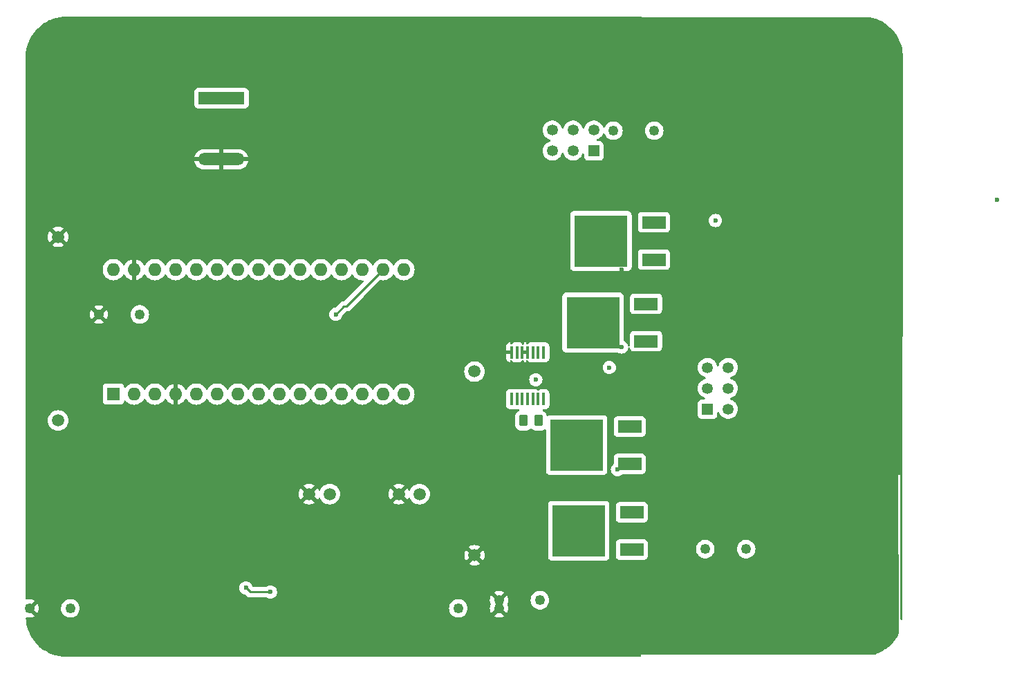
<source format=gbr>
%TF.GenerationSoftware,KiCad,Pcbnew,8.0.2-1*%
%TF.CreationDate,2024-11-25T18:38:24-05:00*%
%TF.ProjectId,EMS-Cast,454d532d-4361-4737-942e-6b696361645f,rev?*%
%TF.SameCoordinates,Original*%
%TF.FileFunction,Copper,L2,Bot*%
%TF.FilePolarity,Positive*%
%FSLAX46Y46*%
G04 Gerber Fmt 4.6, Leading zero omitted, Abs format (unit mm)*
G04 Created by KiCad (PCBNEW 8.0.2-1) date 2024-11-25 18:38:24*
%MOMM*%
%LPD*%
G01*
G04 APERTURE LIST*
G04 Aperture macros list*
%AMRoundRect*
0 Rectangle with rounded corners*
0 $1 Rounding radius*
0 $2 $3 $4 $5 $6 $7 $8 $9 X,Y pos of 4 corners*
0 Add a 4 corners polygon primitive as box body*
4,1,4,$2,$3,$4,$5,$6,$7,$8,$9,$2,$3,0*
0 Add four circle primitives for the rounded corners*
1,1,$1+$1,$2,$3*
1,1,$1+$1,$4,$5*
1,1,$1+$1,$6,$7*
1,1,$1+$1,$8,$9*
0 Add four rect primitives between the rounded corners*
20,1,$1+$1,$2,$3,$4,$5,0*
20,1,$1+$1,$4,$5,$6,$7,0*
20,1,$1+$1,$6,$7,$8,$9,0*
20,1,$1+$1,$8,$9,$2,$3,0*%
G04 Aperture macros list end*
%TA.AperFunction,ComponentPad*%
%ADD10R,1.350000X1.350000*%
%TD*%
%TA.AperFunction,ComponentPad*%
%ADD11C,1.350000*%
%TD*%
%TA.AperFunction,ComponentPad*%
%ADD12C,1.250000*%
%TD*%
%TA.AperFunction,ComponentPad*%
%ADD13R,5.650000X1.500000*%
%TD*%
%TA.AperFunction,ComponentPad*%
%ADD14O,5.650000X1.500000*%
%TD*%
%TA.AperFunction,ComponentPad*%
%ADD15C,1.508000*%
%TD*%
%TA.AperFunction,ComponentPad*%
%ADD16R,1.600000X1.600000*%
%TD*%
%TA.AperFunction,ComponentPad*%
%ADD17O,1.600000X1.600000*%
%TD*%
%TA.AperFunction,SMDPad,CuDef*%
%ADD18RoundRect,0.051250X0.153750X-0.683750X0.153750X0.683750X-0.153750X0.683750X-0.153750X-0.683750X0*%
%TD*%
%TA.AperFunction,ComponentPad*%
%ADD19C,1.500000*%
%TD*%
%TA.AperFunction,SMDPad,CuDef*%
%ADD20RoundRect,0.250000X0.262500X0.450000X-0.262500X0.450000X-0.262500X-0.450000X0.262500X-0.450000X0*%
%TD*%
%TA.AperFunction,SMDPad,CuDef*%
%ADD21R,2.900000X1.500000*%
%TD*%
%TA.AperFunction,SMDPad,CuDef*%
%ADD22R,6.500000X6.300000*%
%TD*%
%TA.AperFunction,ViaPad*%
%ADD23C,0.600000*%
%TD*%
%TA.AperFunction,Conductor*%
%ADD24C,0.250000*%
%TD*%
G04 APERTURE END LIST*
D10*
%TO.P,J2,1,1*%
%TO.N,/CH1P_IN*%
X160604000Y-62972500D03*
D11*
%TO.P,J2,2,2*%
%TO.N,/CH1N_IN*%
X160604000Y-60432500D03*
%TO.P,J2,3,3*%
%TO.N,unconnected-(J2-Pad3)*%
X158064000Y-62972500D03*
%TO.P,J2,4,4*%
%TO.N,unconnected-(J2-Pad4)*%
X158064000Y-60432500D03*
%TO.P,J2,5,5*%
%TO.N,/CH2P_IN*%
X155524000Y-62972500D03*
%TO.P,J2,6,6*%
%TO.N,/CH2N_IN*%
X155524000Y-60432500D03*
%TD*%
D12*
%TO.P,C3,1*%
%TO.N,Net-(Q1-G)*%
X163000000Y-60500000D03*
%TO.P,C3,2*%
%TO.N,Net-(Q1-D)*%
X168000000Y-60500000D03*
%TD*%
D13*
%TO.P,J1,1,1*%
%TO.N,Net-(IC5-INPUT)*%
X115000000Y-56510000D03*
D14*
%TO.P,J1,2,2*%
%TO.N,GND*%
X115000000Y-64000000D03*
%TD*%
D12*
%TO.P,C5,1*%
%TO.N,GND*%
X91500000Y-119000000D03*
%TO.P,C5,2*%
%TO.N,/SW_CH2*%
X96500000Y-119000000D03*
%TD*%
D15*
%TO.P,D3,1,K*%
%TO.N,GND*%
X136730000Y-105000000D03*
%TO.P,D3,2,A*%
%TO.N,Net-(D3-A)*%
X139270000Y-105000000D03*
%TD*%
D16*
%TO.P,A1,1,D1/TX*%
%TO.N,unconnected-(A1-D1{slash}TX-Pad1)*%
X101780000Y-92755000D03*
D17*
%TO.P,A1,2,D0/RX*%
%TO.N,unconnected-(A1-D0{slash}RX-Pad2)*%
X104320000Y-92755000D03*
%TO.P,A1,3,~{RESET}*%
%TO.N,unconnected-(A1-~{RESET}-Pad3)*%
X106860000Y-92755000D03*
%TO.P,A1,4,GND*%
%TO.N,GND*%
X109400000Y-92755000D03*
%TO.P,A1,5,D2*%
%TO.N,unconnected-(A1-D2-Pad5)*%
X111940000Y-92755000D03*
%TO.P,A1,6,D3*%
%TO.N,unconnected-(A1-D3-Pad6)*%
X114480000Y-92755000D03*
%TO.P,A1,7,D4*%
%TO.N,/CH1_EN_1*%
X117020000Y-92755000D03*
%TO.P,A1,8,D5*%
%TO.N,/CH1_EN_2*%
X119560000Y-92755000D03*
%TO.P,A1,9,D6*%
%TO.N,/CH2_EN_1*%
X122100000Y-92755000D03*
%TO.P,A1,10,D7*%
%TO.N,/CH2_EN_2*%
X124640000Y-92755000D03*
%TO.P,A1,11,D8*%
%TO.N,/SW_CH1*%
X127180000Y-92755000D03*
%TO.P,A1,12,D9*%
%TO.N,/SW_CH2*%
X129720000Y-92755000D03*
%TO.P,A1,13,D10*%
%TO.N,unconnected-(A1-D10-Pad13)*%
X132260000Y-92755000D03*
%TO.P,A1,14,D11*%
%TO.N,unconnected-(A1-D11-Pad14)*%
X134800000Y-92755000D03*
%TO.P,A1,15,D12*%
%TO.N,unconnected-(A1-D12-Pad15)*%
X137340000Y-92755000D03*
%TO.P,A1,16,D13*%
%TO.N,unconnected-(A1-D13-Pad16)*%
X137340000Y-77515000D03*
%TO.P,A1,17,3V3*%
%TO.N,+3.3V*%
X134800000Y-77515000D03*
%TO.P,A1,18,AREF*%
%TO.N,unconnected-(A1-AREF-Pad18)*%
X132260000Y-77515000D03*
%TO.P,A1,19,A0*%
%TO.N,unconnected-(A1-A0-Pad19)*%
X129720000Y-77515000D03*
%TO.P,A1,20,A1*%
%TO.N,unconnected-(A1-A1-Pad20)*%
X127180000Y-77515000D03*
%TO.P,A1,21,A2*%
%TO.N,Net-(A1-A2)*%
X124640000Y-77515000D03*
%TO.P,A1,22,A3*%
%TO.N,Net-(A1-A3)*%
X122100000Y-77515000D03*
%TO.P,A1,23,A4*%
%TO.N,/SDA*%
X119560000Y-77515000D03*
%TO.P,A1,24,A5*%
%TO.N,/SCLK*%
X117020000Y-77515000D03*
%TO.P,A1,25,A6*%
%TO.N,unconnected-(A1-A6-Pad25)*%
X114480000Y-77515000D03*
%TO.P,A1,26,A7*%
%TO.N,unconnected-(A1-A7-Pad26)*%
X111940000Y-77515000D03*
%TO.P,A1,27,+5V*%
%TO.N,+5V*%
X109400000Y-77515000D03*
%TO.P,A1,28,~{RESET}*%
%TO.N,unconnected-(A1-~{RESET}-Pad28)*%
X106860000Y-77515000D03*
%TO.P,A1,29,GND*%
%TO.N,GND*%
X104320000Y-77515000D03*
%TO.P,A1,30,VIN*%
%TO.N,Net-(A1-VIN)*%
X101780000Y-77515000D03*
%TD*%
D10*
%TO.P,J3,1,1*%
%TO.N,/CH1P_OUT*%
X174527500Y-94604000D03*
D11*
%TO.P,J3,2,2*%
%TO.N,/CH1N_OUT*%
X177067500Y-94604000D03*
%TO.P,J3,3,3*%
%TO.N,unconnected-(J3-Pad3)*%
X174527500Y-92064000D03*
%TO.P,J3,4,4*%
%TO.N,unconnected-(J3-Pad4)*%
X177067500Y-92064000D03*
%TO.P,J3,5,5*%
%TO.N,/CH2P_OUT*%
X174527500Y-89524000D03*
%TO.P,J3,6,6*%
%TO.N,/CH2N_OUT*%
X177067500Y-89524000D03*
%TD*%
D12*
%TO.P,C6,1*%
%TO.N,GND*%
X149000000Y-119000000D03*
%TO.P,C6,2*%
%TO.N,/SW_CH1*%
X144000000Y-119000000D03*
%TD*%
D15*
%TO.P,D2,1,K*%
%TO.N,GND*%
X125730000Y-105000000D03*
%TO.P,D2,2,A*%
%TO.N,Net-(D2-A)*%
X128270000Y-105000000D03*
%TD*%
D12*
%TO.P,C7,1*%
%TO.N,GND*%
X149000000Y-118000000D03*
%TO.P,C7,2*%
%TO.N,+5V*%
X154000000Y-118000000D03*
%TD*%
D18*
%TO.P,U1,1,VDD*%
%TO.N,+5V*%
X154450000Y-93370000D03*
%TO.P,U1,2,AD0*%
%TO.N,GND*%
X153800000Y-93370000D03*
%TO.P,U1,3,WP\u002A*%
%TO.N,+5V*%
X153150000Y-93370000D03*
%TO.P,U1,4,W1*%
%TO.N,/V_REF1*%
X152500000Y-93370000D03*
%TO.P,U1,5,B1*%
%TO.N,unconnected-(U1-B1-Pad5)*%
X151850000Y-93370000D03*
%TO.P,U1,6,A1*%
%TO.N,Net-(U1-A1)*%
X151200000Y-93370000D03*
%TO.P,U1,7,SDA*%
%TO.N,/SDA*%
X150550000Y-93370000D03*
%TO.P,U1,8,VSS*%
%TO.N,GND*%
X150550000Y-87630000D03*
%TO.P,U1,9,SCL*%
%TO.N,/SCLK*%
X151200000Y-87630000D03*
%TO.P,U1,10,DGND*%
%TO.N,GND*%
X151850000Y-87630000D03*
%TO.P,U1,11,AD1*%
X152500000Y-87630000D03*
%TO.P,U1,12,A3*%
%TO.N,Net-(U1-A3)*%
X153150000Y-87630000D03*
%TO.P,U1,13,B3*%
%TO.N,unconnected-(U1-B3-Pad13)*%
X153800000Y-87630000D03*
%TO.P,U1,14,W3*%
%TO.N,/V_REF2*%
X154450000Y-87630000D03*
%TD*%
D19*
%TO.P,C10,1*%
%TO.N,+5V*%
X146000000Y-90000000D03*
%TO.P,C10,2*%
%TO.N,GND*%
X146000000Y-112500000D03*
%TD*%
D12*
%TO.P,C4,1*%
%TO.N,Net-(Q3-G)*%
X174250000Y-111750000D03*
%TO.P,C4,2*%
%TO.N,Net-(Q3-D)*%
X179250000Y-111750000D03*
%TD*%
D20*
%TO.P,R3,1*%
%TO.N,+5V*%
X153817500Y-96000000D03*
%TO.P,R3,2*%
%TO.N,Net-(U1-A1)*%
X151992500Y-96000000D03*
%TD*%
D21*
%TO.P,Q4,1,G*%
%TO.N,Net-(Q3-G)*%
X165250000Y-107214000D03*
D22*
%TO.P,Q4,2,D*%
%TO.N,Net-(Q3-D)*%
X158750000Y-109500000D03*
D21*
%TO.P,Q4,3,S*%
%TO.N,/CH2N_IN*%
X165250000Y-111786000D03*
%TD*%
%TO.P,Q1,1,G*%
%TO.N,Net-(Q1-G)*%
X167975000Y-71714000D03*
D22*
%TO.P,Q1,2,D*%
%TO.N,Net-(Q1-D)*%
X161475000Y-74000000D03*
D21*
%TO.P,Q1,3,S*%
%TO.N,/CH1P_IN*%
X167975000Y-76286000D03*
%TD*%
%TO.P,Q3,1,G*%
%TO.N,Net-(Q3-G)*%
X165000000Y-96714000D03*
D22*
%TO.P,Q3,2,D*%
%TO.N,Net-(Q3-D)*%
X158500000Y-99000000D03*
D21*
%TO.P,Q3,3,S*%
%TO.N,/CH2P_IN*%
X165000000Y-101286000D03*
%TD*%
%TO.P,Q2,1,G*%
%TO.N,Net-(Q1-G)*%
X167000000Y-81714000D03*
D22*
%TO.P,Q2,2,D*%
%TO.N,Net-(Q1-D)*%
X160500000Y-84000000D03*
D21*
%TO.P,Q2,3,S*%
%TO.N,/CH1N_IN*%
X167000000Y-86286000D03*
%TD*%
D12*
%TO.P,C8,1*%
%TO.N,GND*%
X100000000Y-83000000D03*
%TO.P,C8,2*%
%TO.N,+3.3V*%
X105000000Y-83000000D03*
%TD*%
D19*
%TO.P,C9,1*%
%TO.N,+3.3V*%
X95000000Y-96000000D03*
%TO.P,C9,2*%
%TO.N,GND*%
X95000000Y-73500000D03*
%TD*%
D23*
%TO.N,GND*%
X210000000Y-69000000D03*
X163500000Y-113500000D03*
X117000000Y-115500000D03*
X123500000Y-116000000D03*
X108000000Y-99500000D03*
X164000000Y-77500000D03*
%TO.N,/SW_CH1*%
X118000000Y-116500000D03*
X121000000Y-117000000D03*
%TO.N,+3.3V*%
X129000000Y-83000000D03*
%TO.N,Net-(Q1-D)*%
X164000000Y-87000000D03*
%TO.N,/CH1P_OUT*%
X175500000Y-71500000D03*
%TO.N,/CH2P_IN*%
X163500000Y-102000000D03*
%TO.N,/V_REF1*%
X162500000Y-89500000D03*
X153500000Y-91000000D03*
%TD*%
D24*
%TO.N,GND*%
X117000000Y-115500000D02*
X121000000Y-115500000D01*
X121000000Y-115500000D02*
X123000000Y-115500000D01*
X123000000Y-115500000D02*
X123500000Y-116000000D01*
%TO.N,/SW_CH1*%
X121000000Y-117000000D02*
X118500000Y-117000000D01*
X118500000Y-117000000D02*
X118000000Y-116500000D01*
%TO.N,+3.3V*%
X129000000Y-83000000D02*
X130000000Y-82000000D01*
X130000000Y-82000000D02*
X130315000Y-82000000D01*
X130315000Y-82000000D02*
X134800000Y-77515000D01*
%TD*%
%TA.AperFunction,Conductor*%
%TO.N,GND*%
G36*
X152379539Y-87444685D02*
G01*
X152425294Y-87497489D01*
X152436500Y-87549000D01*
X152436500Y-87711000D01*
X152416815Y-87778039D01*
X152364011Y-87823794D01*
X152312500Y-87835000D01*
X152037500Y-87835000D01*
X151970461Y-87815315D01*
X151924706Y-87762511D01*
X151913500Y-87711000D01*
X151913500Y-87549000D01*
X151933185Y-87481961D01*
X151985989Y-87436206D01*
X152037500Y-87425000D01*
X152312500Y-87425000D01*
X152379539Y-87444685D01*
G37*
%TD.AperFunction*%
%TA.AperFunction,Conductor*%
G36*
X166399111Y-46545248D02*
G01*
X166419753Y-46561882D01*
X166443071Y-46585200D01*
X166480009Y-46600500D01*
X194340976Y-46600500D01*
X194366680Y-46603193D01*
X194728382Y-46679836D01*
X194738406Y-46682402D01*
X195126217Y-46799115D01*
X195135994Y-46802508D01*
X195512733Y-46951176D01*
X195522184Y-46955369D01*
X195885201Y-47134944D01*
X195894274Y-47139914D01*
X196241065Y-47349160D01*
X196249661Y-47354849D01*
X196577783Y-47592296D01*
X196585909Y-47598711D01*
X196893057Y-47862684D01*
X196900618Y-47869752D01*
X196988951Y-47959523D01*
X197184666Y-48158425D01*
X197191614Y-48166101D01*
X197450604Y-48477480D01*
X197456887Y-48485710D01*
X197688990Y-48817602D01*
X197694564Y-48826327D01*
X197898169Y-49176423D01*
X197902996Y-49185583D01*
X198076684Y-49551446D01*
X198080730Y-49560977D01*
X198223289Y-49940051D01*
X198226526Y-49949886D01*
X198336963Y-50339535D01*
X198339368Y-50349605D01*
X198416917Y-50747119D01*
X198418473Y-50757356D01*
X198462585Y-51159937D01*
X198463282Y-51170267D01*
X198473656Y-51575128D01*
X198473489Y-51585481D01*
X198452075Y-51954862D01*
X198449517Y-51966013D01*
X198449504Y-51991318D01*
X198448889Y-52003584D01*
X198447757Y-52014907D01*
X198449482Y-52030979D01*
X198413983Y-119929703D01*
X198413966Y-119929823D01*
X198413966Y-119961760D01*
X198413848Y-119967168D01*
X198399017Y-120306891D01*
X198376427Y-120373008D01*
X198321678Y-120416417D01*
X198252152Y-120423334D01*
X198189922Y-120391565D01*
X198154747Y-120331195D01*
X198151135Y-120301830D01*
X198150708Y-120149111D01*
X198101843Y-102679726D01*
X198086439Y-102642831D01*
X198086437Y-102642828D01*
X198058092Y-102614641D01*
X198058086Y-102614637D01*
X198021109Y-102599442D01*
X197981124Y-102599554D01*
X197944232Y-102614957D01*
X197944229Y-102614959D01*
X197916042Y-102643304D01*
X197916038Y-102643310D01*
X197900843Y-102680287D01*
X197954930Y-122016533D01*
X197940919Y-122074137D01*
X197753371Y-122434415D01*
X197747963Y-122443783D01*
X197521775Y-122798828D01*
X197515570Y-122807689D01*
X197259306Y-123141660D01*
X197252352Y-123149947D01*
X196967958Y-123460309D01*
X196960309Y-123467958D01*
X196649947Y-123752352D01*
X196641660Y-123759306D01*
X196307689Y-124015570D01*
X196298828Y-124021775D01*
X195943783Y-124247963D01*
X195934415Y-124253371D01*
X195561022Y-124447746D01*
X195551217Y-124452318D01*
X195162304Y-124613410D01*
X195152139Y-124617110D01*
X195067612Y-124643761D01*
X195030325Y-124649500D01*
X166480007Y-124649500D01*
X166443071Y-124664799D01*
X166414799Y-124693071D01*
X166399500Y-124730007D01*
X166399500Y-124769989D01*
X166400633Y-124775686D01*
X166394404Y-124845278D01*
X166351541Y-124900454D01*
X166285651Y-124923698D01*
X166279060Y-124923876D01*
X96002736Y-124949499D01*
X95997282Y-124949381D01*
X95574029Y-124930902D01*
X95563253Y-124929959D01*
X95145900Y-124875013D01*
X95135247Y-124873135D01*
X94724258Y-124782021D01*
X94713808Y-124779221D01*
X94702596Y-124775686D01*
X94350911Y-124664800D01*
X94312335Y-124652637D01*
X94302170Y-124648937D01*
X93913249Y-124487840D01*
X93903445Y-124483268D01*
X93530057Y-124288895D01*
X93520689Y-124283487D01*
X93165651Y-124057303D01*
X93156790Y-124051098D01*
X92822810Y-123794826D01*
X92814523Y-123787872D01*
X92666430Y-123652170D01*
X92504166Y-123503482D01*
X92496517Y-123495833D01*
X92463965Y-123460309D01*
X92212122Y-123185470D01*
X92205173Y-123177189D01*
X91948901Y-122843209D01*
X91942696Y-122834348D01*
X91925712Y-122807689D01*
X91716511Y-122479309D01*
X91711104Y-122469942D01*
X91610644Y-122276960D01*
X91516728Y-122096548D01*
X91512159Y-122086750D01*
X91499513Y-122056221D01*
X91351061Y-121697827D01*
X91347362Y-121687664D01*
X91220773Y-121286173D01*
X91217981Y-121275753D01*
X91126861Y-120864739D01*
X91124988Y-120854113D01*
X91070038Y-120436726D01*
X91069098Y-120425991D01*
X91059971Y-120216942D01*
X91076713Y-120149111D01*
X91127471Y-120101097D01*
X91196130Y-120088146D01*
X91206638Y-120089648D01*
X91395756Y-120125000D01*
X91604244Y-120125000D01*
X91809187Y-120086689D01*
X91809197Y-120086686D01*
X92003603Y-120011373D01*
X92003607Y-120011371D01*
X92098846Y-119952400D01*
X92098846Y-119952399D01*
X91521447Y-119375000D01*
X91549370Y-119375000D01*
X91644745Y-119349444D01*
X91730255Y-119300075D01*
X91800075Y-119230255D01*
X91849444Y-119144745D01*
X91875000Y-119049370D01*
X91875000Y-119021448D01*
X92455313Y-119601761D01*
X92455313Y-119601760D01*
X92460593Y-119594771D01*
X92553521Y-119408148D01*
X92553527Y-119408133D01*
X92610582Y-119207605D01*
X92610583Y-119207603D01*
X92629820Y-119000000D01*
X95361644Y-119000000D01*
X95381026Y-119209167D01*
X95381026Y-119209169D01*
X95381027Y-119209172D01*
X95438515Y-119411222D01*
X95532150Y-119599267D01*
X95658745Y-119766905D01*
X95813987Y-119908428D01*
X95813989Y-119908429D01*
X95813990Y-119908430D01*
X95992587Y-120019013D01*
X95992593Y-120019016D01*
X96034090Y-120035091D01*
X96188474Y-120094900D01*
X96394966Y-120133500D01*
X96394968Y-120133500D01*
X96605032Y-120133500D01*
X96605034Y-120133500D01*
X96811526Y-120094900D01*
X97007409Y-120019015D01*
X97186013Y-119908428D01*
X97341255Y-119766905D01*
X97467850Y-119599267D01*
X97561485Y-119411222D01*
X97618973Y-119209172D01*
X97638356Y-119000000D01*
X142861644Y-119000000D01*
X142881026Y-119209167D01*
X142881026Y-119209169D01*
X142881027Y-119209172D01*
X142938515Y-119411222D01*
X143032150Y-119599267D01*
X143158745Y-119766905D01*
X143313987Y-119908428D01*
X143313989Y-119908429D01*
X143313990Y-119908430D01*
X143492587Y-120019013D01*
X143492593Y-120019016D01*
X143534090Y-120035091D01*
X143688474Y-120094900D01*
X143894966Y-120133500D01*
X143894968Y-120133500D01*
X144105032Y-120133500D01*
X144105034Y-120133500D01*
X144311526Y-120094900D01*
X144507409Y-120019015D01*
X144686013Y-119908428D01*
X144841255Y-119766905D01*
X144967850Y-119599267D01*
X145061485Y-119411222D01*
X145118973Y-119209172D01*
X145138356Y-119000000D01*
X145118973Y-118790828D01*
X145061485Y-118588778D01*
X144967850Y-118400733D01*
X144841255Y-118233095D01*
X144686013Y-118091572D01*
X144686010Y-118091570D01*
X144686009Y-118091569D01*
X144538119Y-117999999D01*
X147870180Y-117999999D01*
X147870180Y-118000000D01*
X147889416Y-118207603D01*
X147889417Y-118207606D01*
X147946469Y-118408126D01*
X147946476Y-118408142D01*
X147964694Y-118444730D01*
X147976954Y-118513515D01*
X147964694Y-118555270D01*
X147946476Y-118591857D01*
X147946469Y-118591873D01*
X147889417Y-118792393D01*
X147889416Y-118792396D01*
X147870180Y-118999999D01*
X147870180Y-119000000D01*
X147889416Y-119207603D01*
X147889417Y-119207605D01*
X147946472Y-119408133D01*
X147946478Y-119408148D01*
X148039406Y-119594771D01*
X148039409Y-119594776D01*
X148044684Y-119601760D01*
X148044685Y-119601760D01*
X148625000Y-119021445D01*
X148625000Y-119049370D01*
X148650556Y-119144745D01*
X148699925Y-119230255D01*
X148769745Y-119300075D01*
X148855255Y-119349444D01*
X148950630Y-119375000D01*
X148978553Y-119375000D01*
X148401151Y-119952399D01*
X148496394Y-120011372D01*
X148496396Y-120011373D01*
X148690802Y-120086686D01*
X148690812Y-120086689D01*
X148895756Y-120125000D01*
X149104244Y-120125000D01*
X149309187Y-120086689D01*
X149309197Y-120086686D01*
X149503603Y-120011373D01*
X149503607Y-120011371D01*
X149598846Y-119952400D01*
X149598846Y-119952399D01*
X149021448Y-119375000D01*
X149049370Y-119375000D01*
X149144745Y-119349444D01*
X149230255Y-119300075D01*
X149300075Y-119230255D01*
X149349444Y-119144745D01*
X149375000Y-119049370D01*
X149375000Y-119021448D01*
X149955313Y-119601761D01*
X149955313Y-119601760D01*
X149960593Y-119594771D01*
X150053521Y-119408148D01*
X150053527Y-119408133D01*
X150110582Y-119207605D01*
X150110583Y-119207603D01*
X150129820Y-119000000D01*
X150129820Y-118999999D01*
X150110583Y-118792396D01*
X150110582Y-118792394D01*
X150053527Y-118591866D01*
X150053521Y-118591852D01*
X150035307Y-118555274D01*
X150023044Y-118486488D01*
X150035307Y-118444726D01*
X150053521Y-118408147D01*
X150053527Y-118408133D01*
X150110582Y-118207605D01*
X150110583Y-118207603D01*
X150129820Y-118000000D01*
X152861644Y-118000000D01*
X152881026Y-118209167D01*
X152881026Y-118209169D01*
X152881027Y-118209172D01*
X152935531Y-118400733D01*
X152938516Y-118411225D01*
X153010242Y-118555270D01*
X153032150Y-118599267D01*
X153158745Y-118766905D01*
X153313987Y-118908428D01*
X153313989Y-118908429D01*
X153313990Y-118908430D01*
X153492587Y-119019013D01*
X153492593Y-119019016D01*
X153534090Y-119035091D01*
X153688474Y-119094900D01*
X153894966Y-119133500D01*
X153894968Y-119133500D01*
X154105032Y-119133500D01*
X154105034Y-119133500D01*
X154311526Y-119094900D01*
X154507409Y-119019015D01*
X154686013Y-118908428D01*
X154841255Y-118766905D01*
X154967850Y-118599267D01*
X155061485Y-118411222D01*
X155118973Y-118209172D01*
X155138356Y-118000000D01*
X155118973Y-117790828D01*
X155061485Y-117588778D01*
X154967850Y-117400733D01*
X154841255Y-117233095D01*
X154686013Y-117091572D01*
X154686010Y-117091570D01*
X154686009Y-117091569D01*
X154507412Y-116980986D01*
X154507406Y-116980983D01*
X154332726Y-116913313D01*
X154311526Y-116905100D01*
X154105034Y-116866500D01*
X153894966Y-116866500D01*
X153688474Y-116905100D01*
X153688471Y-116905100D01*
X153688471Y-116905101D01*
X153492593Y-116980983D01*
X153492587Y-116980986D01*
X153313990Y-117091569D01*
X153158744Y-117233095D01*
X153032150Y-117400732D01*
X152938516Y-117588774D01*
X152881026Y-117790832D01*
X152861644Y-118000000D01*
X150129820Y-118000000D01*
X150129820Y-117999999D01*
X150110583Y-117792396D01*
X150110582Y-117792394D01*
X150053527Y-117591866D01*
X150053521Y-117591851D01*
X149960593Y-117405227D01*
X149955313Y-117398238D01*
X149375000Y-117978551D01*
X149375000Y-117950630D01*
X149349444Y-117855255D01*
X149300075Y-117769745D01*
X149230255Y-117699925D01*
X149144745Y-117650556D01*
X149049370Y-117625000D01*
X149021448Y-117625000D01*
X149598847Y-117047599D01*
X149503602Y-116988626D01*
X149503601Y-116988625D01*
X149309197Y-116913313D01*
X149309187Y-116913310D01*
X149104244Y-116875000D01*
X148895756Y-116875000D01*
X148690812Y-116913310D01*
X148690811Y-116913310D01*
X148496398Y-116988625D01*
X148496392Y-116988629D01*
X148401152Y-117047598D01*
X148401151Y-117047599D01*
X148978553Y-117625000D01*
X148950630Y-117625000D01*
X148855255Y-117650556D01*
X148769745Y-117699925D01*
X148699925Y-117769745D01*
X148650556Y-117855255D01*
X148625000Y-117950630D01*
X148625000Y-117978552D01*
X148044685Y-117398237D01*
X148039412Y-117405219D01*
X148039404Y-117405232D01*
X147946478Y-117591851D01*
X147946472Y-117591866D01*
X147889417Y-117792394D01*
X147889416Y-117792396D01*
X147870180Y-117999999D01*
X144538119Y-117999999D01*
X144507412Y-117980986D01*
X144507406Y-117980983D01*
X144332726Y-117913313D01*
X144311526Y-117905100D01*
X144105034Y-117866500D01*
X143894966Y-117866500D01*
X143688474Y-117905100D01*
X143688471Y-117905100D01*
X143688471Y-117905101D01*
X143492593Y-117980983D01*
X143492587Y-117980986D01*
X143313990Y-118091569D01*
X143158744Y-118233095D01*
X143032150Y-118400732D01*
X142938516Y-118588774D01*
X142938515Y-118588778D01*
X142897160Y-118734128D01*
X142881026Y-118790832D01*
X142861644Y-119000000D01*
X97638356Y-119000000D01*
X97618973Y-118790828D01*
X97561485Y-118588778D01*
X97467850Y-118400733D01*
X97341255Y-118233095D01*
X97186013Y-118091572D01*
X97186010Y-118091570D01*
X97186009Y-118091569D01*
X97007412Y-117980986D01*
X97007406Y-117980983D01*
X96832726Y-117913313D01*
X96811526Y-117905100D01*
X96605034Y-117866500D01*
X96394966Y-117866500D01*
X96188474Y-117905100D01*
X96188471Y-117905100D01*
X96188471Y-117905101D01*
X95992593Y-117980983D01*
X95992587Y-117980986D01*
X95813990Y-118091569D01*
X95658744Y-118233095D01*
X95532150Y-118400732D01*
X95438516Y-118588774D01*
X95438515Y-118588778D01*
X95397160Y-118734128D01*
X95381026Y-118790832D01*
X95361644Y-119000000D01*
X92629820Y-119000000D01*
X92629820Y-118999999D01*
X92610583Y-118792396D01*
X92610582Y-118792394D01*
X92553527Y-118591866D01*
X92553521Y-118591851D01*
X92460593Y-118405227D01*
X92455313Y-118398238D01*
X91875000Y-118978551D01*
X91875000Y-118950630D01*
X91849444Y-118855255D01*
X91800075Y-118769745D01*
X91730255Y-118699925D01*
X91644745Y-118650556D01*
X91549370Y-118625000D01*
X91521447Y-118625000D01*
X92098847Y-118047599D01*
X92003602Y-117988626D01*
X92003601Y-117988625D01*
X91809197Y-117913313D01*
X91809187Y-117913310D01*
X91604244Y-117875000D01*
X91395756Y-117875000D01*
X91197285Y-117912100D01*
X91127770Y-117905069D01*
X91073091Y-117861571D01*
X91050609Y-117795417D01*
X91050500Y-117790211D01*
X91050500Y-116499996D01*
X117186384Y-116499996D01*
X117186384Y-116500003D01*
X117206781Y-116681041D01*
X117206782Y-116681046D01*
X117247949Y-116798693D01*
X117266957Y-116853015D01*
X117363889Y-117007281D01*
X117492719Y-117136111D01*
X117646985Y-117233043D01*
X117818953Y-117293217D01*
X117818958Y-117293218D01*
X117864144Y-117298309D01*
X117928558Y-117325375D01*
X117937933Y-117333838D01*
X118096167Y-117492072D01*
X118096168Y-117492073D01*
X118199921Y-117561399D01*
X118199923Y-117561399D01*
X118199925Y-117561401D01*
X118315215Y-117609155D01*
X118315217Y-117609155D01*
X118315222Y-117609157D01*
X118437601Y-117633499D01*
X118437605Y-117633500D01*
X118437606Y-117633500D01*
X118562394Y-117633500D01*
X120452840Y-117633500D01*
X120518812Y-117652507D01*
X120646977Y-117733039D01*
X120646980Y-117733041D01*
X120646984Y-117733042D01*
X120646985Y-117733043D01*
X120751874Y-117769745D01*
X120818953Y-117793217D01*
X120818958Y-117793218D01*
X120999996Y-117813616D01*
X121000000Y-117813616D01*
X121000004Y-117813616D01*
X121181041Y-117793218D01*
X121181044Y-117793217D01*
X121181047Y-117793217D01*
X121353015Y-117733043D01*
X121507281Y-117636111D01*
X121636111Y-117507281D01*
X121733043Y-117353015D01*
X121793217Y-117181047D01*
X121798280Y-117136110D01*
X121813616Y-117000003D01*
X121813616Y-116999996D01*
X121793218Y-116818958D01*
X121793217Y-116818953D01*
X121733043Y-116646985D01*
X121636111Y-116492719D01*
X121507281Y-116363889D01*
X121353015Y-116266957D01*
X121298693Y-116247949D01*
X121181046Y-116206782D01*
X121181041Y-116206781D01*
X121000004Y-116186384D01*
X120999996Y-116186384D01*
X120818958Y-116206781D01*
X120818953Y-116206782D01*
X120646980Y-116266958D01*
X120646977Y-116266960D01*
X120518812Y-116347493D01*
X120452840Y-116366500D01*
X118897837Y-116366500D01*
X118830798Y-116346815D01*
X118785043Y-116294011D01*
X118780795Y-116283454D01*
X118775022Y-116266957D01*
X118733043Y-116146985D01*
X118636111Y-115992719D01*
X118507281Y-115863889D01*
X118353015Y-115766957D01*
X118298693Y-115747949D01*
X118181046Y-115706782D01*
X118181041Y-115706781D01*
X118000004Y-115686384D01*
X117999996Y-115686384D01*
X117818958Y-115706781D01*
X117818953Y-115706782D01*
X117646982Y-115766958D01*
X117492718Y-115863889D01*
X117363889Y-115992718D01*
X117266958Y-116146982D01*
X117206782Y-116318953D01*
X117206781Y-116318958D01*
X117186384Y-116499996D01*
X91050500Y-116499996D01*
X91050500Y-112499999D01*
X144745225Y-112499999D01*
X144745225Y-112500000D01*
X144764287Y-112717884D01*
X144764289Y-112717894D01*
X144820894Y-112929150D01*
X144820898Y-112929159D01*
X144913333Y-113127387D01*
X144956874Y-113189571D01*
X145517037Y-112629408D01*
X145534075Y-112692993D01*
X145599901Y-112807007D01*
X145692993Y-112900099D01*
X145807007Y-112965925D01*
X145870590Y-112982962D01*
X145310427Y-113543124D01*
X145372612Y-113586666D01*
X145570840Y-113679101D01*
X145570849Y-113679105D01*
X145782105Y-113735710D01*
X145782115Y-113735712D01*
X145999999Y-113754775D01*
X146000001Y-113754775D01*
X146217884Y-113735712D01*
X146217894Y-113735710D01*
X146429150Y-113679105D01*
X146429164Y-113679100D01*
X146627383Y-113586669D01*
X146627385Y-113586668D01*
X146689571Y-113543124D01*
X146129410Y-112982962D01*
X146192993Y-112965925D01*
X146307007Y-112900099D01*
X146400099Y-112807007D01*
X146465925Y-112692993D01*
X146482962Y-112629409D01*
X147043124Y-113189570D01*
X147086668Y-113127385D01*
X147086669Y-113127383D01*
X147179100Y-112929164D01*
X147179105Y-112929150D01*
X147235710Y-112717894D01*
X147235712Y-112717884D01*
X147254775Y-112500000D01*
X147254775Y-112499999D01*
X147235712Y-112282115D01*
X147235710Y-112282105D01*
X147179105Y-112070849D01*
X147179101Y-112070840D01*
X147086667Y-111872614D01*
X147086666Y-111872612D01*
X147043124Y-111810428D01*
X147043124Y-111810427D01*
X146482962Y-112370589D01*
X146465925Y-112307007D01*
X146400099Y-112192993D01*
X146307007Y-112099901D01*
X146192993Y-112034075D01*
X146129409Y-112017037D01*
X146689571Y-111456874D01*
X146627387Y-111413333D01*
X146429159Y-111320898D01*
X146429150Y-111320894D01*
X146217894Y-111264289D01*
X146217884Y-111264287D01*
X146000001Y-111245225D01*
X145999999Y-111245225D01*
X145782115Y-111264287D01*
X145782105Y-111264289D01*
X145570849Y-111320894D01*
X145570840Y-111320898D01*
X145372613Y-111413333D01*
X145310428Y-111456874D01*
X145870591Y-112017037D01*
X145807007Y-112034075D01*
X145692993Y-112099901D01*
X145599901Y-112192993D01*
X145534075Y-112307007D01*
X145517037Y-112370591D01*
X144956874Y-111810428D01*
X144913333Y-111872613D01*
X144820898Y-112070840D01*
X144820894Y-112070849D01*
X144764289Y-112282105D01*
X144764287Y-112282115D01*
X144745225Y-112499999D01*
X91050500Y-112499999D01*
X91050500Y-106301345D01*
X154991500Y-106301345D01*
X154991500Y-112698654D01*
X154998011Y-112759202D01*
X154998011Y-112759204D01*
X155044373Y-112883500D01*
X155049111Y-112896204D01*
X155136739Y-113013261D01*
X155253796Y-113100889D01*
X155390799Y-113151989D01*
X155418050Y-113154918D01*
X155451345Y-113158499D01*
X155451362Y-113158500D01*
X162048638Y-113158500D01*
X162048654Y-113158499D01*
X162075692Y-113155591D01*
X162109201Y-113151989D01*
X162246204Y-113100889D01*
X162363261Y-113013261D01*
X162450889Y-112896204D01*
X162501989Y-112759201D01*
X162506431Y-112717884D01*
X162508499Y-112698654D01*
X162508500Y-112698637D01*
X162508500Y-110987345D01*
X163291500Y-110987345D01*
X163291500Y-112584654D01*
X163298011Y-112645202D01*
X163298011Y-112645204D01*
X163340532Y-112759204D01*
X163349111Y-112782204D01*
X163436739Y-112899261D01*
X163553796Y-112986889D01*
X163690799Y-113037989D01*
X163718050Y-113040918D01*
X163751345Y-113044499D01*
X163751362Y-113044500D01*
X166748638Y-113044500D01*
X166748654Y-113044499D01*
X166775692Y-113041591D01*
X166809201Y-113037989D01*
X166946204Y-112986889D01*
X167063261Y-112899261D01*
X167150889Y-112782204D01*
X167201989Y-112645201D01*
X167205591Y-112611692D01*
X167208499Y-112584654D01*
X167208500Y-112584637D01*
X167208500Y-111750000D01*
X173111644Y-111750000D01*
X173131026Y-111959167D01*
X173131026Y-111959169D01*
X173131027Y-111959172D01*
X173188515Y-112161222D01*
X173282150Y-112349267D01*
X173408745Y-112516905D01*
X173563987Y-112658428D01*
X173563989Y-112658429D01*
X173563990Y-112658430D01*
X173742587Y-112769013D01*
X173742593Y-112769016D01*
X173776636Y-112782204D01*
X173938474Y-112844900D01*
X174144966Y-112883500D01*
X174144968Y-112883500D01*
X174355032Y-112883500D01*
X174355034Y-112883500D01*
X174561526Y-112844900D01*
X174757409Y-112769015D01*
X174936013Y-112658428D01*
X175091255Y-112516905D01*
X175217850Y-112349267D01*
X175311485Y-112161222D01*
X175368973Y-111959172D01*
X175388356Y-111750000D01*
X178111644Y-111750000D01*
X178131026Y-111959167D01*
X178131026Y-111959169D01*
X178131027Y-111959172D01*
X178188515Y-112161222D01*
X178282150Y-112349267D01*
X178408745Y-112516905D01*
X178563987Y-112658428D01*
X178563989Y-112658429D01*
X178563990Y-112658430D01*
X178742587Y-112769013D01*
X178742593Y-112769016D01*
X178776636Y-112782204D01*
X178938474Y-112844900D01*
X179144966Y-112883500D01*
X179144968Y-112883500D01*
X179355032Y-112883500D01*
X179355034Y-112883500D01*
X179561526Y-112844900D01*
X179757409Y-112769015D01*
X179936013Y-112658428D01*
X180091255Y-112516905D01*
X180217850Y-112349267D01*
X180311485Y-112161222D01*
X180368973Y-111959172D01*
X180388356Y-111750000D01*
X180368973Y-111540828D01*
X180311485Y-111338778D01*
X180217850Y-111150733D01*
X180091255Y-110983095D01*
X179936013Y-110841572D01*
X179936010Y-110841570D01*
X179936009Y-110841569D01*
X179757412Y-110730986D01*
X179757406Y-110730983D01*
X179603025Y-110671176D01*
X179561526Y-110655100D01*
X179355034Y-110616500D01*
X179144966Y-110616500D01*
X178938474Y-110655100D01*
X178938471Y-110655100D01*
X178938471Y-110655101D01*
X178742593Y-110730983D01*
X178742587Y-110730986D01*
X178563990Y-110841569D01*
X178408744Y-110983095D01*
X178282150Y-111150732D01*
X178188516Y-111338774D01*
X178131026Y-111540832D01*
X178111644Y-111750000D01*
X175388356Y-111750000D01*
X175368973Y-111540828D01*
X175311485Y-111338778D01*
X175217850Y-111150733D01*
X175091255Y-110983095D01*
X174936013Y-110841572D01*
X174936010Y-110841570D01*
X174936009Y-110841569D01*
X174757412Y-110730986D01*
X174757406Y-110730983D01*
X174603025Y-110671176D01*
X174561526Y-110655100D01*
X174355034Y-110616500D01*
X174144966Y-110616500D01*
X173938474Y-110655100D01*
X173938471Y-110655100D01*
X173938471Y-110655101D01*
X173742593Y-110730983D01*
X173742587Y-110730986D01*
X173563990Y-110841569D01*
X173408744Y-110983095D01*
X173282150Y-111150732D01*
X173188516Y-111338774D01*
X173131026Y-111540832D01*
X173111644Y-111750000D01*
X167208500Y-111750000D01*
X167208500Y-110987362D01*
X167208499Y-110987345D01*
X167205157Y-110956270D01*
X167201989Y-110926799D01*
X167150889Y-110789796D01*
X167063261Y-110672739D01*
X166946204Y-110585111D01*
X166809203Y-110534011D01*
X166748654Y-110527500D01*
X166748638Y-110527500D01*
X163751362Y-110527500D01*
X163751345Y-110527500D01*
X163690797Y-110534011D01*
X163690795Y-110534011D01*
X163553795Y-110585111D01*
X163436739Y-110672739D01*
X163349111Y-110789795D01*
X163298011Y-110926795D01*
X163298011Y-110926797D01*
X163291500Y-110987345D01*
X162508500Y-110987345D01*
X162508500Y-106415345D01*
X163291500Y-106415345D01*
X163291500Y-108012654D01*
X163298011Y-108073202D01*
X163298011Y-108073204D01*
X163349111Y-108210204D01*
X163436739Y-108327261D01*
X163553796Y-108414889D01*
X163690799Y-108465989D01*
X163718050Y-108468918D01*
X163751345Y-108472499D01*
X163751362Y-108472500D01*
X166748638Y-108472500D01*
X166748654Y-108472499D01*
X166775692Y-108469591D01*
X166809201Y-108465989D01*
X166946204Y-108414889D01*
X167063261Y-108327261D01*
X167150889Y-108210204D01*
X167201989Y-108073201D01*
X167205591Y-108039692D01*
X167208499Y-108012654D01*
X167208500Y-108012637D01*
X167208500Y-106415362D01*
X167208499Y-106415345D01*
X167205157Y-106384270D01*
X167201989Y-106354799D01*
X167182051Y-106301345D01*
X167166179Y-106258790D01*
X167150889Y-106217796D01*
X167063261Y-106100739D01*
X166946204Y-106013111D01*
X166809203Y-105962011D01*
X166748654Y-105955500D01*
X166748638Y-105955500D01*
X163751362Y-105955500D01*
X163751345Y-105955500D01*
X163690797Y-105962011D01*
X163690795Y-105962011D01*
X163553795Y-106013111D01*
X163436739Y-106100739D01*
X163349111Y-106217795D01*
X163298011Y-106354795D01*
X163298011Y-106354797D01*
X163291500Y-106415345D01*
X162508500Y-106415345D01*
X162508500Y-106301362D01*
X162508499Y-106301345D01*
X162505157Y-106270270D01*
X162501989Y-106240799D01*
X162501566Y-106239666D01*
X162479522Y-106180564D01*
X162450889Y-106103796D01*
X162363261Y-105986739D01*
X162246204Y-105899111D01*
X162109203Y-105848011D01*
X162048654Y-105841500D01*
X162048638Y-105841500D01*
X155451362Y-105841500D01*
X155451345Y-105841500D01*
X155390797Y-105848011D01*
X155390795Y-105848011D01*
X155253795Y-105899111D01*
X155136739Y-105986739D01*
X155049111Y-106103795D01*
X154998011Y-106240795D01*
X154998011Y-106240797D01*
X154991500Y-106301345D01*
X91050500Y-106301345D01*
X91050500Y-104999999D01*
X124471210Y-104999999D01*
X124471210Y-105000000D01*
X124490333Y-105218582D01*
X124490335Y-105218592D01*
X124547121Y-105430524D01*
X124547125Y-105430533D01*
X124639854Y-105629392D01*
X124684003Y-105692443D01*
X125247037Y-105129409D01*
X125264075Y-105192993D01*
X125329901Y-105307007D01*
X125422993Y-105400099D01*
X125537007Y-105465925D01*
X125600590Y-105482962D01*
X125037555Y-106045996D01*
X125100601Y-106090142D01*
X125100605Y-106090144D01*
X125299466Y-106182874D01*
X125299475Y-106182878D01*
X125511407Y-106239664D01*
X125511417Y-106239666D01*
X125729999Y-106258790D01*
X125730001Y-106258790D01*
X125948582Y-106239666D01*
X125948592Y-106239664D01*
X126160524Y-106182878D01*
X126160533Y-106182874D01*
X126359392Y-106090145D01*
X126422443Y-106045995D01*
X125859410Y-105482962D01*
X125922993Y-105465925D01*
X126037007Y-105400099D01*
X126130099Y-105307007D01*
X126195925Y-105192993D01*
X126212962Y-105129409D01*
X126775995Y-105692442D01*
X126820146Y-105629390D01*
X126882928Y-105494754D01*
X126929100Y-105442314D01*
X126996293Y-105423162D01*
X127063174Y-105443377D01*
X127107692Y-105494753D01*
X127172466Y-105633662D01*
X127172468Y-105633666D01*
X127299170Y-105814615D01*
X127299175Y-105814621D01*
X127455378Y-105970824D01*
X127455384Y-105970829D01*
X127636333Y-106097531D01*
X127636335Y-106097532D01*
X127636338Y-106097534D01*
X127836550Y-106190894D01*
X128049932Y-106248070D01*
X128207123Y-106261822D01*
X128269998Y-106267323D01*
X128270000Y-106267323D01*
X128270002Y-106267323D01*
X128325017Y-106262509D01*
X128490068Y-106248070D01*
X128703450Y-106190894D01*
X128903662Y-106097534D01*
X129084620Y-105970826D01*
X129240826Y-105814620D01*
X129367534Y-105633662D01*
X129460894Y-105433450D01*
X129518070Y-105220068D01*
X129537323Y-105000000D01*
X129537323Y-104999999D01*
X135471210Y-104999999D01*
X135471210Y-105000000D01*
X135490333Y-105218582D01*
X135490335Y-105218592D01*
X135547121Y-105430524D01*
X135547125Y-105430533D01*
X135639854Y-105629392D01*
X135684003Y-105692443D01*
X136247037Y-105129409D01*
X136264075Y-105192993D01*
X136329901Y-105307007D01*
X136422993Y-105400099D01*
X136537007Y-105465925D01*
X136600590Y-105482962D01*
X136037555Y-106045996D01*
X136100601Y-106090142D01*
X136100605Y-106090144D01*
X136299466Y-106182874D01*
X136299475Y-106182878D01*
X136511407Y-106239664D01*
X136511417Y-106239666D01*
X136729999Y-106258790D01*
X136730001Y-106258790D01*
X136948582Y-106239666D01*
X136948592Y-106239664D01*
X137160524Y-106182878D01*
X137160533Y-106182874D01*
X137359392Y-106090145D01*
X137422443Y-106045995D01*
X136859410Y-105482962D01*
X136922993Y-105465925D01*
X137037007Y-105400099D01*
X137130099Y-105307007D01*
X137195925Y-105192993D01*
X137212962Y-105129409D01*
X137775995Y-105692442D01*
X137820146Y-105629390D01*
X137882928Y-105494754D01*
X137929100Y-105442314D01*
X137996293Y-105423162D01*
X138063174Y-105443377D01*
X138107692Y-105494753D01*
X138172466Y-105633662D01*
X138172468Y-105633666D01*
X138299170Y-105814615D01*
X138299175Y-105814621D01*
X138455378Y-105970824D01*
X138455384Y-105970829D01*
X138636333Y-106097531D01*
X138636335Y-106097532D01*
X138636338Y-106097534D01*
X138836550Y-106190894D01*
X139049932Y-106248070D01*
X139207123Y-106261822D01*
X139269998Y-106267323D01*
X139270000Y-106267323D01*
X139270002Y-106267323D01*
X139325017Y-106262509D01*
X139490068Y-106248070D01*
X139703450Y-106190894D01*
X139903662Y-106097534D01*
X140084620Y-105970826D01*
X140240826Y-105814620D01*
X140367534Y-105633662D01*
X140460894Y-105433450D01*
X140518070Y-105220068D01*
X140537323Y-105000000D01*
X140518070Y-104779932D01*
X140460894Y-104566550D01*
X140367534Y-104366339D01*
X140240826Y-104185380D01*
X140084620Y-104029174D01*
X140084616Y-104029171D01*
X140084615Y-104029170D01*
X139903666Y-103902468D01*
X139903662Y-103902466D01*
X139903660Y-103902465D01*
X139703450Y-103809106D01*
X139703447Y-103809105D01*
X139703445Y-103809104D01*
X139490070Y-103751930D01*
X139490062Y-103751929D01*
X139270002Y-103732677D01*
X139269998Y-103732677D01*
X139049937Y-103751929D01*
X139049929Y-103751930D01*
X138836554Y-103809104D01*
X138836548Y-103809107D01*
X138636340Y-103902465D01*
X138636338Y-103902466D01*
X138455377Y-104029175D01*
X138299175Y-104185377D01*
X138172466Y-104366338D01*
X138172465Y-104366340D01*
X138107692Y-104505246D01*
X138061519Y-104557685D01*
X137994326Y-104576837D01*
X137927445Y-104556621D01*
X137882928Y-104505245D01*
X137820146Y-104370609D01*
X137820142Y-104370601D01*
X137775996Y-104307555D01*
X137212962Y-104870589D01*
X137195925Y-104807007D01*
X137130099Y-104692993D01*
X137037007Y-104599901D01*
X136922993Y-104534075D01*
X136859409Y-104517037D01*
X137422443Y-103954003D01*
X137359392Y-103909854D01*
X137160533Y-103817125D01*
X137160524Y-103817121D01*
X136948592Y-103760335D01*
X136948582Y-103760333D01*
X136730001Y-103741210D01*
X136729999Y-103741210D01*
X136511417Y-103760333D01*
X136511407Y-103760335D01*
X136299475Y-103817121D01*
X136299466Y-103817124D01*
X136100606Y-103909855D01*
X136100604Y-103909856D01*
X136037556Y-103954003D01*
X136037555Y-103954003D01*
X136600590Y-104517037D01*
X136537007Y-104534075D01*
X136422993Y-104599901D01*
X136329901Y-104692993D01*
X136264075Y-104807007D01*
X136247037Y-104870589D01*
X135684003Y-104307555D01*
X135684003Y-104307556D01*
X135639856Y-104370604D01*
X135639855Y-104370606D01*
X135547124Y-104569466D01*
X135547121Y-104569475D01*
X135490335Y-104781407D01*
X135490333Y-104781417D01*
X135471210Y-104999999D01*
X129537323Y-104999999D01*
X129518070Y-104779932D01*
X129460894Y-104566550D01*
X129367534Y-104366339D01*
X129240826Y-104185380D01*
X129084620Y-104029174D01*
X129084616Y-104029171D01*
X129084615Y-104029170D01*
X128903666Y-103902468D01*
X128903662Y-103902466D01*
X128903660Y-103902465D01*
X128703450Y-103809106D01*
X128703447Y-103809105D01*
X128703445Y-103809104D01*
X128490070Y-103751930D01*
X128490062Y-103751929D01*
X128270002Y-103732677D01*
X128269998Y-103732677D01*
X128049937Y-103751929D01*
X128049929Y-103751930D01*
X127836554Y-103809104D01*
X127836548Y-103809107D01*
X127636340Y-103902465D01*
X127636338Y-103902466D01*
X127455377Y-104029175D01*
X127299175Y-104185377D01*
X127172466Y-104366338D01*
X127172465Y-104366340D01*
X127107692Y-104505246D01*
X127061519Y-104557685D01*
X126994326Y-104576837D01*
X126927445Y-104556621D01*
X126882928Y-104505245D01*
X126820146Y-104370609D01*
X126820142Y-104370601D01*
X126775996Y-104307555D01*
X126212962Y-104870589D01*
X126195925Y-104807007D01*
X126130099Y-104692993D01*
X126037007Y-104599901D01*
X125922993Y-104534075D01*
X125859409Y-104517037D01*
X126422443Y-103954003D01*
X126359392Y-103909854D01*
X126160533Y-103817125D01*
X126160524Y-103817121D01*
X125948592Y-103760335D01*
X125948582Y-103760333D01*
X125730001Y-103741210D01*
X125729999Y-103741210D01*
X125511417Y-103760333D01*
X125511407Y-103760335D01*
X125299475Y-103817121D01*
X125299466Y-103817124D01*
X125100606Y-103909855D01*
X125100604Y-103909856D01*
X125037556Y-103954003D01*
X125037555Y-103954003D01*
X125600590Y-104517037D01*
X125537007Y-104534075D01*
X125422993Y-104599901D01*
X125329901Y-104692993D01*
X125264075Y-104807007D01*
X125247037Y-104870589D01*
X124684003Y-104307555D01*
X124684003Y-104307556D01*
X124639856Y-104370604D01*
X124639855Y-104370606D01*
X124547124Y-104569466D01*
X124547121Y-104569475D01*
X124490335Y-104781407D01*
X124490333Y-104781417D01*
X124471210Y-104999999D01*
X91050500Y-104999999D01*
X91050500Y-95999997D01*
X93736693Y-95999997D01*
X93736693Y-96000000D01*
X93755885Y-96219371D01*
X93812880Y-96432076D01*
X93812881Y-96432079D01*
X93812882Y-96432081D01*
X93844807Y-96500544D01*
X93905944Y-96631654D01*
X94032251Y-96812038D01*
X94187962Y-96967749D01*
X94368346Y-97094056D01*
X94567924Y-97187120D01*
X94780629Y-97244115D01*
X94937322Y-97257823D01*
X94999998Y-97263307D01*
X95000000Y-97263307D01*
X95000002Y-97263307D01*
X95054842Y-97258509D01*
X95219371Y-97244115D01*
X95432076Y-97187120D01*
X95631654Y-97094056D01*
X95812038Y-96967749D01*
X95967749Y-96812038D01*
X96094056Y-96631654D01*
X96187120Y-96432076D01*
X96244115Y-96219371D01*
X96263307Y-96000000D01*
X96244115Y-95780629D01*
X96187120Y-95567924D01*
X96094056Y-95368347D01*
X96094054Y-95368344D01*
X96094053Y-95368342D01*
X95995270Y-95227266D01*
X95967749Y-95187962D01*
X95812038Y-95032251D01*
X95631654Y-94905944D01*
X95631650Y-94905942D01*
X95432081Y-94812882D01*
X95432079Y-94812881D01*
X95432076Y-94812880D01*
X95280777Y-94772339D01*
X95219372Y-94755885D01*
X95219365Y-94755884D01*
X95000002Y-94736693D01*
X94999998Y-94736693D01*
X94780634Y-94755884D01*
X94780627Y-94755885D01*
X94567920Y-94812881D01*
X94368346Y-94905944D01*
X94368342Y-94905946D01*
X94187967Y-95032247D01*
X94187960Y-95032252D01*
X94032252Y-95187960D01*
X94032247Y-95187967D01*
X93905946Y-95368342D01*
X93905944Y-95368346D01*
X93812881Y-95567920D01*
X93755885Y-95780627D01*
X93755884Y-95780634D01*
X93736693Y-95999997D01*
X91050500Y-95999997D01*
X91050500Y-91906345D01*
X100471500Y-91906345D01*
X100471500Y-93603654D01*
X100478011Y-93664202D01*
X100478011Y-93664204D01*
X100514189Y-93761198D01*
X100529111Y-93801204D01*
X100616739Y-93918261D01*
X100733796Y-94005889D01*
X100870799Y-94056989D01*
X100898050Y-94059918D01*
X100931345Y-94063499D01*
X100931362Y-94063500D01*
X102628638Y-94063500D01*
X102628654Y-94063499D01*
X102655692Y-94060591D01*
X102689201Y-94056989D01*
X102826204Y-94005889D01*
X102943261Y-93918261D01*
X103030889Y-93801204D01*
X103081989Y-93664201D01*
X103083569Y-93649500D01*
X103110304Y-93584952D01*
X103167695Y-93545102D01*
X103237521Y-93542606D01*
X103297611Y-93578257D01*
X103308428Y-93591626D01*
X103313802Y-93599300D01*
X103475700Y-93761198D01*
X103663251Y-93892523D01*
X103718445Y-93918260D01*
X103870750Y-93989281D01*
X103870752Y-93989281D01*
X103870757Y-93989284D01*
X104091913Y-94048543D01*
X104254832Y-94062796D01*
X104319998Y-94068498D01*
X104320000Y-94068498D01*
X104320002Y-94068498D01*
X104377139Y-94063499D01*
X104548087Y-94048543D01*
X104769243Y-93989284D01*
X104976749Y-93892523D01*
X105164300Y-93761198D01*
X105326198Y-93599300D01*
X105457523Y-93411749D01*
X105477618Y-93368655D01*
X105523790Y-93316215D01*
X105590983Y-93297063D01*
X105657864Y-93317278D01*
X105702382Y-93368655D01*
X105722477Y-93411749D01*
X105853802Y-93599300D01*
X106015700Y-93761198D01*
X106203251Y-93892523D01*
X106258445Y-93918260D01*
X106410750Y-93989281D01*
X106410752Y-93989281D01*
X106410757Y-93989284D01*
X106631913Y-94048543D01*
X106794832Y-94062796D01*
X106859998Y-94068498D01*
X106860000Y-94068498D01*
X106860002Y-94068498D01*
X106917139Y-94063499D01*
X107088087Y-94048543D01*
X107309243Y-93989284D01*
X107516749Y-93892523D01*
X107704300Y-93761198D01*
X107866198Y-93599300D01*
X107997523Y-93411749D01*
X108022307Y-93358598D01*
X108068479Y-93306159D01*
X108135672Y-93287007D01*
X108202553Y-93307222D01*
X108247071Y-93358599D01*
X108269864Y-93407479D01*
X108269865Y-93407481D01*
X108400342Y-93593820D01*
X108561179Y-93754657D01*
X108747517Y-93885134D01*
X108953673Y-93981265D01*
X108953682Y-93981269D01*
X109149999Y-94033872D01*
X109150000Y-94033871D01*
X109150000Y-93188012D01*
X109207007Y-93220925D01*
X109334174Y-93255000D01*
X109465826Y-93255000D01*
X109592993Y-93220925D01*
X109650000Y-93188012D01*
X109650000Y-94033872D01*
X109846317Y-93981269D01*
X109846326Y-93981265D01*
X110052482Y-93885134D01*
X110238820Y-93754657D01*
X110399657Y-93593820D01*
X110530133Y-93407483D01*
X110552927Y-93358600D01*
X110599098Y-93306160D01*
X110666292Y-93287007D01*
X110733173Y-93307221D01*
X110777691Y-93358596D01*
X110802477Y-93411749D01*
X110933802Y-93599300D01*
X111095700Y-93761198D01*
X111283251Y-93892523D01*
X111338445Y-93918260D01*
X111490750Y-93989281D01*
X111490752Y-93989281D01*
X111490757Y-93989284D01*
X111711913Y-94048543D01*
X111874832Y-94062796D01*
X111939998Y-94068498D01*
X111940000Y-94068498D01*
X111940002Y-94068498D01*
X111997139Y-94063499D01*
X112168087Y-94048543D01*
X112389243Y-93989284D01*
X112596749Y-93892523D01*
X112784300Y-93761198D01*
X112946198Y-93599300D01*
X113077523Y-93411749D01*
X113097618Y-93368655D01*
X113143790Y-93316215D01*
X113210983Y-93297063D01*
X113277864Y-93317278D01*
X113322382Y-93368655D01*
X113342477Y-93411749D01*
X113473802Y-93599300D01*
X113635700Y-93761198D01*
X113823251Y-93892523D01*
X113878445Y-93918260D01*
X114030750Y-93989281D01*
X114030752Y-93989281D01*
X114030757Y-93989284D01*
X114251913Y-94048543D01*
X114414832Y-94062796D01*
X114479998Y-94068498D01*
X114480000Y-94068498D01*
X114480002Y-94068498D01*
X114537139Y-94063499D01*
X114708087Y-94048543D01*
X114929243Y-93989284D01*
X115136749Y-93892523D01*
X115324300Y-93761198D01*
X115486198Y-93599300D01*
X115617523Y-93411749D01*
X115637618Y-93368655D01*
X115683790Y-93316215D01*
X115750983Y-93297063D01*
X115817864Y-93317278D01*
X115862382Y-93368655D01*
X115882477Y-93411749D01*
X116013802Y-93599300D01*
X116175700Y-93761198D01*
X116363251Y-93892523D01*
X116418445Y-93918260D01*
X116570750Y-93989281D01*
X116570752Y-93989281D01*
X116570757Y-93989284D01*
X116791913Y-94048543D01*
X116954832Y-94062796D01*
X117019998Y-94068498D01*
X117020000Y-94068498D01*
X117020002Y-94068498D01*
X117077139Y-94063499D01*
X117248087Y-94048543D01*
X117469243Y-93989284D01*
X117676749Y-93892523D01*
X117864300Y-93761198D01*
X118026198Y-93599300D01*
X118157523Y-93411749D01*
X118177618Y-93368655D01*
X118223790Y-93316215D01*
X118290983Y-93297063D01*
X118357864Y-93317278D01*
X118402382Y-93368655D01*
X118422477Y-93411749D01*
X118553802Y-93599300D01*
X118715700Y-93761198D01*
X118903251Y-93892523D01*
X118958445Y-93918260D01*
X119110750Y-93989281D01*
X119110752Y-93989281D01*
X119110757Y-93989284D01*
X119331913Y-94048543D01*
X119494832Y-94062796D01*
X119559998Y-94068498D01*
X119560000Y-94068498D01*
X119560002Y-94068498D01*
X119617139Y-94063499D01*
X119788087Y-94048543D01*
X120009243Y-93989284D01*
X120216749Y-93892523D01*
X120404300Y-93761198D01*
X120566198Y-93599300D01*
X120697523Y-93411749D01*
X120717618Y-93368655D01*
X120763790Y-93316215D01*
X120830983Y-93297063D01*
X120897864Y-93317278D01*
X120942382Y-93368655D01*
X120962477Y-93411749D01*
X121093802Y-93599300D01*
X121255700Y-93761198D01*
X121443251Y-93892523D01*
X121498445Y-93918260D01*
X121650750Y-93989281D01*
X121650752Y-93989281D01*
X121650757Y-93989284D01*
X121871913Y-94048543D01*
X122034832Y-94062796D01*
X122099998Y-94068498D01*
X122100000Y-94068498D01*
X122100002Y-94068498D01*
X122157139Y-94063499D01*
X122328087Y-94048543D01*
X122549243Y-93989284D01*
X122756749Y-93892523D01*
X122944300Y-93761198D01*
X123106198Y-93599300D01*
X123237523Y-93411749D01*
X123257618Y-93368655D01*
X123303790Y-93316215D01*
X123370983Y-93297063D01*
X123437864Y-93317278D01*
X123482382Y-93368655D01*
X123502477Y-93411749D01*
X123633802Y-93599300D01*
X123795700Y-93761198D01*
X123983251Y-93892523D01*
X124038445Y-93918260D01*
X124190750Y-93989281D01*
X124190752Y-93989281D01*
X124190757Y-93989284D01*
X124411913Y-94048543D01*
X124574832Y-94062796D01*
X124639998Y-94068498D01*
X124640000Y-94068498D01*
X124640002Y-94068498D01*
X124697139Y-94063499D01*
X124868087Y-94048543D01*
X125089243Y-93989284D01*
X125296749Y-93892523D01*
X125484300Y-93761198D01*
X125646198Y-93599300D01*
X125777523Y-93411749D01*
X125797618Y-93368655D01*
X125843790Y-93316215D01*
X125910983Y-93297063D01*
X125977864Y-93317278D01*
X126022382Y-93368655D01*
X126042477Y-93411749D01*
X126173802Y-93599300D01*
X126335700Y-93761198D01*
X126523251Y-93892523D01*
X126578445Y-93918260D01*
X126730750Y-93989281D01*
X126730752Y-93989281D01*
X126730757Y-93989284D01*
X126951913Y-94048543D01*
X127114832Y-94062796D01*
X127179998Y-94068498D01*
X127180000Y-94068498D01*
X127180002Y-94068498D01*
X127237139Y-94063499D01*
X127408087Y-94048543D01*
X127629243Y-93989284D01*
X127836749Y-93892523D01*
X128024300Y-93761198D01*
X128186198Y-93599300D01*
X128317523Y-93411749D01*
X128337618Y-93368655D01*
X128383790Y-93316215D01*
X128450983Y-93297063D01*
X128517864Y-93317278D01*
X128562382Y-93368655D01*
X128582477Y-93411749D01*
X128713802Y-93599300D01*
X128875700Y-93761198D01*
X129063251Y-93892523D01*
X129118445Y-93918260D01*
X129270750Y-93989281D01*
X129270752Y-93989281D01*
X129270757Y-93989284D01*
X129491913Y-94048543D01*
X129654832Y-94062796D01*
X129719998Y-94068498D01*
X129720000Y-94068498D01*
X129720002Y-94068498D01*
X129777139Y-94063499D01*
X129948087Y-94048543D01*
X130169243Y-93989284D01*
X130376749Y-93892523D01*
X130564300Y-93761198D01*
X130726198Y-93599300D01*
X130857523Y-93411749D01*
X130877618Y-93368655D01*
X130923790Y-93316215D01*
X130990983Y-93297063D01*
X131057864Y-93317278D01*
X131102382Y-93368655D01*
X131122477Y-93411749D01*
X131253802Y-93599300D01*
X131415700Y-93761198D01*
X131603251Y-93892523D01*
X131658445Y-93918260D01*
X131810750Y-93989281D01*
X131810752Y-93989281D01*
X131810757Y-93989284D01*
X132031913Y-94048543D01*
X132194832Y-94062796D01*
X132259998Y-94068498D01*
X132260000Y-94068498D01*
X132260002Y-94068498D01*
X132317139Y-94063499D01*
X132488087Y-94048543D01*
X132709243Y-93989284D01*
X132916749Y-93892523D01*
X133104300Y-93761198D01*
X133266198Y-93599300D01*
X133397523Y-93411749D01*
X133417618Y-93368655D01*
X133463790Y-93316215D01*
X133530983Y-93297063D01*
X133597864Y-93317278D01*
X133642382Y-93368655D01*
X133662477Y-93411749D01*
X133793802Y-93599300D01*
X133955700Y-93761198D01*
X134143251Y-93892523D01*
X134198445Y-93918260D01*
X134350750Y-93989281D01*
X134350752Y-93989281D01*
X134350757Y-93989284D01*
X134571913Y-94048543D01*
X134734832Y-94062796D01*
X134799998Y-94068498D01*
X134800000Y-94068498D01*
X134800002Y-94068498D01*
X134857139Y-94063499D01*
X135028087Y-94048543D01*
X135249243Y-93989284D01*
X135456749Y-93892523D01*
X135644300Y-93761198D01*
X135806198Y-93599300D01*
X135937523Y-93411749D01*
X135957618Y-93368655D01*
X136003790Y-93316215D01*
X136070983Y-93297063D01*
X136137864Y-93317278D01*
X136182382Y-93368655D01*
X136202477Y-93411749D01*
X136333802Y-93599300D01*
X136495700Y-93761198D01*
X136683251Y-93892523D01*
X136738445Y-93918260D01*
X136890750Y-93989281D01*
X136890752Y-93989281D01*
X136890757Y-93989284D01*
X137111913Y-94048543D01*
X137274832Y-94062796D01*
X137339998Y-94068498D01*
X137340000Y-94068498D01*
X137340002Y-94068498D01*
X137397139Y-94063499D01*
X137568087Y-94048543D01*
X137789243Y-93989284D01*
X137996749Y-93892523D01*
X138184300Y-93761198D01*
X138346198Y-93599300D01*
X138477523Y-93411749D01*
X138574284Y-93204243D01*
X138633543Y-92983087D01*
X138653498Y-92755000D01*
X138643649Y-92642423D01*
X149836500Y-92642423D01*
X149836500Y-94097576D01*
X149847301Y-94187522D01*
X149847303Y-94187530D01*
X149903749Y-94330665D01*
X149903752Y-94330671D01*
X149941426Y-94380351D01*
X149996725Y-94453275D01*
X150119331Y-94546249D01*
X150119334Y-94546250D01*
X150262469Y-94602696D01*
X150262471Y-94602696D01*
X150262475Y-94602698D01*
X150322441Y-94609899D01*
X150352423Y-94613500D01*
X150352424Y-94613500D01*
X150747577Y-94613500D01*
X150762567Y-94611699D01*
X150837525Y-94602698D01*
X150837533Y-94602694D01*
X150844612Y-94600906D01*
X150905388Y-94600906D01*
X150912467Y-94602695D01*
X150912475Y-94602698D01*
X150984434Y-94611339D01*
X151002423Y-94613500D01*
X151376344Y-94613500D01*
X151443383Y-94633185D01*
X151489138Y-94685989D01*
X151499082Y-94755147D01*
X151470057Y-94818703D01*
X151415349Y-94855205D01*
X151411046Y-94856630D01*
X151407264Y-94857884D01*
X151407259Y-94857886D01*
X151256346Y-94950971D01*
X151130971Y-95076346D01*
X151037886Y-95227259D01*
X151037884Y-95227264D01*
X150982113Y-95395572D01*
X150971500Y-95499447D01*
X150971500Y-96500537D01*
X150971501Y-96500553D01*
X150982113Y-96604427D01*
X151037884Y-96772735D01*
X151037886Y-96772740D01*
X151068500Y-96822372D01*
X151130970Y-96923652D01*
X151256348Y-97049030D01*
X151407262Y-97142115D01*
X151575574Y-97197887D01*
X151679455Y-97208500D01*
X152305544Y-97208499D01*
X152409426Y-97197887D01*
X152577738Y-97142115D01*
X152728652Y-97049030D01*
X152817319Y-96960363D01*
X152878642Y-96926878D01*
X152948334Y-96931862D01*
X152992681Y-96960363D01*
X153081348Y-97049030D01*
X153232262Y-97142115D01*
X153400574Y-97197887D01*
X153504455Y-97208500D01*
X154130544Y-97208499D01*
X154234426Y-97197887D01*
X154402738Y-97142115D01*
X154552404Y-97049799D01*
X154619795Y-97031359D01*
X154686459Y-97052281D01*
X154731228Y-97105923D01*
X154741500Y-97155338D01*
X154741500Y-102198654D01*
X154748011Y-102259202D01*
X154748011Y-102259204D01*
X154783002Y-102353015D01*
X154799111Y-102396204D01*
X154886739Y-102513261D01*
X155003796Y-102600889D01*
X155140799Y-102651989D01*
X155168050Y-102654918D01*
X155201345Y-102658499D01*
X155201362Y-102658500D01*
X161798638Y-102658500D01*
X161798654Y-102658499D01*
X161825692Y-102655591D01*
X161859201Y-102651989D01*
X161996204Y-102600889D01*
X162113261Y-102513261D01*
X162200889Y-102396204D01*
X162251989Y-102259201D01*
X162255591Y-102225692D01*
X162258499Y-102198654D01*
X162258500Y-102198637D01*
X162258500Y-101999996D01*
X162686384Y-101999996D01*
X162686384Y-102000003D01*
X162706781Y-102181041D01*
X162706782Y-102181046D01*
X162766958Y-102353017D01*
X162796015Y-102399260D01*
X162863889Y-102507281D01*
X162992719Y-102636111D01*
X163146985Y-102733043D01*
X163318953Y-102793217D01*
X163318958Y-102793218D01*
X163499996Y-102813616D01*
X163500000Y-102813616D01*
X163500004Y-102813616D01*
X163681041Y-102793218D01*
X163681044Y-102793217D01*
X163681047Y-102793217D01*
X163853015Y-102733043D01*
X164007281Y-102636111D01*
X164062573Y-102580819D01*
X164123896Y-102547334D01*
X164150254Y-102544500D01*
X166498638Y-102544500D01*
X166498654Y-102544499D01*
X166525692Y-102541591D01*
X166559201Y-102537989D01*
X166696204Y-102486889D01*
X166813261Y-102399261D01*
X166900889Y-102282204D01*
X166951989Y-102145201D01*
X166955591Y-102111692D01*
X166958499Y-102084654D01*
X166958500Y-102084637D01*
X166958500Y-100487362D01*
X166958499Y-100487345D01*
X166955157Y-100456270D01*
X166951989Y-100426799D01*
X166900889Y-100289796D01*
X166813261Y-100172739D01*
X166696204Y-100085111D01*
X166559203Y-100034011D01*
X166498654Y-100027500D01*
X166498638Y-100027500D01*
X163501362Y-100027500D01*
X163501345Y-100027500D01*
X163440797Y-100034011D01*
X163440795Y-100034011D01*
X163303795Y-100085111D01*
X163186739Y-100172739D01*
X163099111Y-100289795D01*
X163048011Y-100426795D01*
X163048011Y-100426797D01*
X163041500Y-100487345D01*
X163041500Y-101265272D01*
X163021815Y-101332311D01*
X162994818Y-101362215D01*
X162992718Y-101363889D01*
X162863889Y-101492718D01*
X162766958Y-101646982D01*
X162706782Y-101818953D01*
X162706781Y-101818958D01*
X162686384Y-101999996D01*
X162258500Y-101999996D01*
X162258500Y-95915345D01*
X163041500Y-95915345D01*
X163041500Y-97512654D01*
X163048011Y-97573202D01*
X163048011Y-97573204D01*
X163099111Y-97710204D01*
X163186739Y-97827261D01*
X163303796Y-97914889D01*
X163440799Y-97965989D01*
X163468050Y-97968918D01*
X163501345Y-97972499D01*
X163501362Y-97972500D01*
X166498638Y-97972500D01*
X166498654Y-97972499D01*
X166525692Y-97969591D01*
X166559201Y-97965989D01*
X166696204Y-97914889D01*
X166813261Y-97827261D01*
X166900889Y-97710204D01*
X166951989Y-97573201D01*
X166955591Y-97539692D01*
X166958499Y-97512654D01*
X166958500Y-97512637D01*
X166958500Y-95915362D01*
X166958499Y-95915345D01*
X166955157Y-95884270D01*
X166951989Y-95854799D01*
X166932051Y-95801345D01*
X166929522Y-95794564D01*
X166900889Y-95717796D01*
X166813261Y-95600739D01*
X166696204Y-95513111D01*
X166659594Y-95499456D01*
X166559203Y-95462011D01*
X166498654Y-95455500D01*
X166498638Y-95455500D01*
X163501362Y-95455500D01*
X163501345Y-95455500D01*
X163440797Y-95462011D01*
X163440795Y-95462011D01*
X163303795Y-95513111D01*
X163186739Y-95600739D01*
X163099111Y-95717795D01*
X163048011Y-95854795D01*
X163048011Y-95854797D01*
X163041500Y-95915345D01*
X162258500Y-95915345D01*
X162258500Y-95801362D01*
X162258499Y-95801345D01*
X162255157Y-95770270D01*
X162251989Y-95740799D01*
X162247919Y-95729888D01*
X162215235Y-95642260D01*
X162200889Y-95603796D01*
X162113261Y-95486739D01*
X161996204Y-95399111D01*
X161966962Y-95388204D01*
X161859203Y-95348011D01*
X161798654Y-95341500D01*
X161798638Y-95341500D01*
X155201362Y-95341500D01*
X155201345Y-95341500D01*
X155140797Y-95348011D01*
X155140795Y-95348011D01*
X155003793Y-95399111D01*
X155003788Y-95399114D01*
X155001632Y-95400729D01*
X154999109Y-95401669D01*
X154996008Y-95403363D01*
X154995764Y-95402916D01*
X154936166Y-95425141D01*
X154867894Y-95410283D01*
X154818493Y-95360874D01*
X154809624Y-95340459D01*
X154772116Y-95227266D01*
X154772115Y-95227262D01*
X154679030Y-95076348D01*
X154553652Y-94950970D01*
X154402738Y-94857885D01*
X154394650Y-94855205D01*
X154337207Y-94815433D01*
X154310384Y-94750917D01*
X154322699Y-94682142D01*
X154370242Y-94630942D01*
X154433656Y-94613500D01*
X154647577Y-94613500D01*
X154670063Y-94610799D01*
X154737525Y-94602698D01*
X154880669Y-94546249D01*
X155003275Y-94453275D01*
X155096249Y-94330669D01*
X155152698Y-94187525D01*
X155163500Y-94097576D01*
X155163500Y-92642424D01*
X155152698Y-92552475D01*
X155142616Y-92526910D01*
X155096250Y-92409334D01*
X155096249Y-92409331D01*
X155003275Y-92286725D01*
X154930351Y-92231426D01*
X154880671Y-92193752D01*
X154880665Y-92193749D01*
X154737530Y-92137303D01*
X154737522Y-92137301D01*
X154647577Y-92126500D01*
X154647576Y-92126500D01*
X154252424Y-92126500D01*
X154162475Y-92137302D01*
X154162471Y-92137302D01*
X154156674Y-92139589D01*
X154093542Y-92145285D01*
X154093386Y-92146586D01*
X154087270Y-92145851D01*
X154087087Y-92145868D01*
X154086720Y-92145785D01*
X154005000Y-92135970D01*
X154005000Y-92143028D01*
X153985315Y-92210067D01*
X153955925Y-92241832D01*
X153896729Y-92286721D01*
X153890731Y-92292720D01*
X153889138Y-92291127D01*
X153842601Y-92325510D01*
X153772879Y-92330056D01*
X153711768Y-92296185D01*
X153705497Y-92288947D01*
X153703278Y-92286729D01*
X153703275Y-92286725D01*
X153701209Y-92285158D01*
X153644075Y-92241832D01*
X153602552Y-92185640D01*
X153595000Y-92143028D01*
X153595000Y-92135970D01*
X153506614Y-92146586D01*
X153506299Y-92143965D01*
X153449357Y-92141789D01*
X153443326Y-92139589D01*
X153437526Y-92137302D01*
X153426281Y-92135951D01*
X153347576Y-92126500D01*
X152952424Y-92126500D01*
X152907449Y-92131901D01*
X152862468Y-92137302D01*
X152855386Y-92139093D01*
X152794614Y-92139093D01*
X152787531Y-92137302D01*
X152746010Y-92132316D01*
X152697576Y-92126500D01*
X152302424Y-92126500D01*
X152257449Y-92131901D01*
X152212468Y-92137302D01*
X152205386Y-92139093D01*
X152144614Y-92139093D01*
X152137531Y-92137302D01*
X152096010Y-92132316D01*
X152047576Y-92126500D01*
X151652424Y-92126500D01*
X151607449Y-92131901D01*
X151562468Y-92137302D01*
X151555386Y-92139093D01*
X151494614Y-92139093D01*
X151487531Y-92137302D01*
X151446010Y-92132316D01*
X151397576Y-92126500D01*
X151002424Y-92126500D01*
X150957449Y-92131901D01*
X150912468Y-92137302D01*
X150905386Y-92139093D01*
X150844614Y-92139093D01*
X150837531Y-92137302D01*
X150796010Y-92132316D01*
X150747576Y-92126500D01*
X150352424Y-92126500D01*
X150352423Y-92126500D01*
X150262477Y-92137301D01*
X150262469Y-92137303D01*
X150119334Y-92193749D01*
X150119328Y-92193752D01*
X149996725Y-92286725D01*
X149903752Y-92409328D01*
X149903749Y-92409334D01*
X149847303Y-92552469D01*
X149847301Y-92552477D01*
X149836500Y-92642423D01*
X138643649Y-92642423D01*
X138633543Y-92526913D01*
X138574284Y-92305757D01*
X138566445Y-92288947D01*
X138522070Y-92193784D01*
X138477523Y-92098251D01*
X138346198Y-91910700D01*
X138184300Y-91748802D01*
X137996749Y-91617477D01*
X137996745Y-91617475D01*
X137789249Y-91520718D01*
X137789238Y-91520714D01*
X137568089Y-91461457D01*
X137568081Y-91461456D01*
X137340002Y-91441502D01*
X137339998Y-91441502D01*
X137111918Y-91461456D01*
X137111910Y-91461457D01*
X136890761Y-91520714D01*
X136890750Y-91520718D01*
X136683254Y-91617475D01*
X136683252Y-91617476D01*
X136683251Y-91617477D01*
X136495700Y-91748802D01*
X136495698Y-91748803D01*
X136495695Y-91748806D01*
X136333806Y-91910695D01*
X136202476Y-92098251D01*
X136182382Y-92141345D01*
X136136209Y-92193784D01*
X136069016Y-92212936D01*
X136002135Y-92192720D01*
X135957618Y-92141345D01*
X135937523Y-92098251D01*
X135913539Y-92063999D01*
X135806198Y-91910700D01*
X135644300Y-91748802D01*
X135456749Y-91617477D01*
X135456745Y-91617475D01*
X135249249Y-91520718D01*
X135249238Y-91520714D01*
X135028089Y-91461457D01*
X135028081Y-91461456D01*
X134800002Y-91441502D01*
X134799998Y-91441502D01*
X134571918Y-91461456D01*
X134571910Y-91461457D01*
X134350761Y-91520714D01*
X134350750Y-91520718D01*
X134143254Y-91617475D01*
X134143252Y-91617476D01*
X134143251Y-91617477D01*
X133955700Y-91748802D01*
X133955698Y-91748803D01*
X133955695Y-91748806D01*
X133793806Y-91910695D01*
X133662476Y-92098251D01*
X133642382Y-92141345D01*
X133596209Y-92193784D01*
X133529016Y-92212936D01*
X133462135Y-92192720D01*
X133417618Y-92141345D01*
X133397523Y-92098251D01*
X133373539Y-92063999D01*
X133266198Y-91910700D01*
X133104300Y-91748802D01*
X132916749Y-91617477D01*
X132916745Y-91617475D01*
X132709249Y-91520718D01*
X132709238Y-91520714D01*
X132488089Y-91461457D01*
X132488081Y-91461456D01*
X132260002Y-91441502D01*
X132259998Y-91441502D01*
X132031918Y-91461456D01*
X132031910Y-91461457D01*
X131810761Y-91520714D01*
X131810750Y-91520718D01*
X131603254Y-91617475D01*
X131603252Y-91617476D01*
X131603251Y-91617477D01*
X131415700Y-91748802D01*
X131415698Y-91748803D01*
X131415695Y-91748806D01*
X131253806Y-91910695D01*
X131122476Y-92098251D01*
X131102382Y-92141345D01*
X131056209Y-92193784D01*
X130989016Y-92212936D01*
X130922135Y-92192720D01*
X130877618Y-92141345D01*
X130857523Y-92098251D01*
X130833539Y-92063999D01*
X130726198Y-91910700D01*
X130564300Y-91748802D01*
X130376749Y-91617477D01*
X130376745Y-91617475D01*
X130169249Y-91520718D01*
X130169238Y-91520714D01*
X129948089Y-91461457D01*
X129948081Y-91461456D01*
X129720002Y-91441502D01*
X129719998Y-91441502D01*
X129491918Y-91461456D01*
X129491910Y-91461457D01*
X129270761Y-91520714D01*
X129270750Y-91520718D01*
X129063254Y-91617475D01*
X129063252Y-91617476D01*
X129063251Y-91617477D01*
X128875700Y-91748802D01*
X128875698Y-91748803D01*
X128875695Y-91748806D01*
X128713806Y-91910695D01*
X128582476Y-92098251D01*
X128562382Y-92141345D01*
X128516209Y-92193784D01*
X128449016Y-92212936D01*
X128382135Y-92192720D01*
X128337618Y-92141345D01*
X128317523Y-92098251D01*
X128293539Y-92063999D01*
X128186198Y-91910700D01*
X128024300Y-91748802D01*
X127836749Y-91617477D01*
X127836745Y-91617475D01*
X127629249Y-91520718D01*
X127629238Y-91520714D01*
X127408089Y-91461457D01*
X127408081Y-91461456D01*
X127180002Y-91441502D01*
X127179998Y-91441502D01*
X126951918Y-91461456D01*
X126951910Y-91461457D01*
X126730761Y-91520714D01*
X126730750Y-91520718D01*
X126523254Y-91617475D01*
X126523252Y-91617476D01*
X126523251Y-91617477D01*
X126335700Y-91748802D01*
X126335698Y-91748803D01*
X126335695Y-91748806D01*
X126173806Y-91910695D01*
X126042476Y-92098251D01*
X126022382Y-92141345D01*
X125976209Y-92193784D01*
X125909016Y-92212936D01*
X125842135Y-92192720D01*
X125797618Y-92141345D01*
X125777523Y-92098251D01*
X125753539Y-92063999D01*
X125646198Y-91910700D01*
X125484300Y-91748802D01*
X125296749Y-91617477D01*
X125296745Y-91617475D01*
X125089249Y-91520718D01*
X125089238Y-91520714D01*
X124868089Y-91461457D01*
X124868081Y-91461456D01*
X124640002Y-91441502D01*
X124639998Y-91441502D01*
X124411918Y-91461456D01*
X124411910Y-91461457D01*
X124190761Y-91520714D01*
X124190750Y-91520718D01*
X123983254Y-91617475D01*
X123983252Y-91617476D01*
X123983251Y-91617477D01*
X123795700Y-91748802D01*
X123795698Y-91748803D01*
X123795695Y-91748806D01*
X123633806Y-91910695D01*
X123502476Y-92098251D01*
X123482382Y-92141345D01*
X123436209Y-92193784D01*
X123369016Y-92212936D01*
X123302135Y-92192720D01*
X123257618Y-92141345D01*
X123237523Y-92098251D01*
X123213539Y-92063999D01*
X123106198Y-91910700D01*
X122944300Y-91748802D01*
X122756749Y-91617477D01*
X122756745Y-91617475D01*
X122549249Y-91520718D01*
X122549238Y-91520714D01*
X122328089Y-91461457D01*
X122328081Y-91461456D01*
X122100002Y-91441502D01*
X122099998Y-91441502D01*
X121871918Y-91461456D01*
X121871910Y-91461457D01*
X121650761Y-91520714D01*
X121650750Y-91520718D01*
X121443254Y-91617475D01*
X121443252Y-91617476D01*
X121443251Y-91617477D01*
X121255700Y-91748802D01*
X121255698Y-91748803D01*
X121255695Y-91748806D01*
X121093806Y-91910695D01*
X120962476Y-92098251D01*
X120942382Y-92141345D01*
X120896209Y-92193784D01*
X120829016Y-92212936D01*
X120762135Y-92192720D01*
X120717618Y-92141345D01*
X120697523Y-92098251D01*
X120673539Y-92063999D01*
X120566198Y-91910700D01*
X120404300Y-91748802D01*
X120216749Y-91617477D01*
X120216745Y-91617475D01*
X120009249Y-91520718D01*
X120009238Y-91520714D01*
X119788089Y-91461457D01*
X119788081Y-91461456D01*
X119560002Y-91441502D01*
X119559998Y-91441502D01*
X119331918Y-91461456D01*
X119331910Y-91461457D01*
X119110761Y-91520714D01*
X119110750Y-91520718D01*
X118903254Y-91617475D01*
X118903252Y-91617476D01*
X118903251Y-91617477D01*
X118715700Y-91748802D01*
X118715698Y-91748803D01*
X118715695Y-91748806D01*
X118553806Y-91910695D01*
X118422476Y-92098251D01*
X118402382Y-92141345D01*
X118356209Y-92193784D01*
X118289016Y-92212936D01*
X118222135Y-92192720D01*
X118177618Y-92141345D01*
X118157523Y-92098251D01*
X118133539Y-92063999D01*
X118026198Y-91910700D01*
X117864300Y-91748802D01*
X117676749Y-91617477D01*
X117676745Y-91617475D01*
X117469249Y-91520718D01*
X117469238Y-91520714D01*
X117248089Y-91461457D01*
X117248081Y-91461456D01*
X117020002Y-91441502D01*
X117019998Y-91441502D01*
X116791918Y-91461456D01*
X116791910Y-91461457D01*
X116570761Y-91520714D01*
X116570750Y-91520718D01*
X116363254Y-91617475D01*
X116363252Y-91617476D01*
X116363251Y-91617477D01*
X116175700Y-91748802D01*
X116175698Y-91748803D01*
X116175695Y-91748806D01*
X116013806Y-91910695D01*
X115882476Y-92098251D01*
X115862382Y-92141345D01*
X115816209Y-92193784D01*
X115749016Y-92212936D01*
X115682135Y-92192720D01*
X115637618Y-92141345D01*
X115617523Y-92098251D01*
X115593539Y-92063999D01*
X115486198Y-91910700D01*
X115324300Y-91748802D01*
X115136749Y-91617477D01*
X115136745Y-91617475D01*
X114929249Y-91520718D01*
X114929238Y-91520714D01*
X114708089Y-91461457D01*
X114708081Y-91461456D01*
X114480002Y-91441502D01*
X114479998Y-91441502D01*
X114251918Y-91461456D01*
X114251910Y-91461457D01*
X114030761Y-91520714D01*
X114030750Y-91520718D01*
X113823254Y-91617475D01*
X113823252Y-91617476D01*
X113823251Y-91617477D01*
X113635700Y-91748802D01*
X113635698Y-91748803D01*
X113635695Y-91748806D01*
X113473806Y-91910695D01*
X113342476Y-92098251D01*
X113322382Y-92141345D01*
X113276209Y-92193784D01*
X113209016Y-92212936D01*
X113142135Y-92192720D01*
X113097618Y-92141345D01*
X113077523Y-92098251D01*
X113053539Y-92063999D01*
X112946198Y-91910700D01*
X112784300Y-91748802D01*
X112596749Y-91617477D01*
X112596745Y-91617475D01*
X112389249Y-91520718D01*
X112389238Y-91520714D01*
X112168089Y-91461457D01*
X112168081Y-91461456D01*
X111940002Y-91441502D01*
X111939998Y-91441502D01*
X111711918Y-91461456D01*
X111711910Y-91461457D01*
X111490761Y-91520714D01*
X111490750Y-91520718D01*
X111283254Y-91617475D01*
X111283252Y-91617476D01*
X111283251Y-91617477D01*
X111095700Y-91748802D01*
X111095698Y-91748803D01*
X111095695Y-91748806D01*
X110933806Y-91910695D01*
X110802476Y-92098252D01*
X110802474Y-92098256D01*
X110777691Y-92151402D01*
X110731518Y-92203841D01*
X110664324Y-92222992D01*
X110597444Y-92202775D01*
X110552927Y-92151399D01*
X110530133Y-92102517D01*
X110399657Y-91916179D01*
X110238820Y-91755342D01*
X110052482Y-91624865D01*
X109846328Y-91528734D01*
X109650000Y-91476127D01*
X109650000Y-92321988D01*
X109592993Y-92289075D01*
X109465826Y-92255000D01*
X109334174Y-92255000D01*
X109207007Y-92289075D01*
X109150000Y-92321988D01*
X109150000Y-91476127D01*
X108953671Y-91528734D01*
X108747517Y-91624865D01*
X108561179Y-91755342D01*
X108400342Y-91916179D01*
X108269865Y-92102517D01*
X108247071Y-92151401D01*
X108200898Y-92203840D01*
X108133705Y-92222992D01*
X108066824Y-92202776D01*
X108022307Y-92151401D01*
X108015111Y-92135970D01*
X107997523Y-92098251D01*
X107866198Y-91910700D01*
X107704300Y-91748802D01*
X107516749Y-91617477D01*
X107516745Y-91617475D01*
X107309249Y-91520718D01*
X107309238Y-91520714D01*
X107088089Y-91461457D01*
X107088081Y-91461456D01*
X106860002Y-91441502D01*
X106859998Y-91441502D01*
X106631918Y-91461456D01*
X106631910Y-91461457D01*
X106410761Y-91520714D01*
X106410750Y-91520718D01*
X106203254Y-91617475D01*
X106203252Y-91617476D01*
X106203251Y-91617477D01*
X106015700Y-91748802D01*
X106015698Y-91748803D01*
X106015695Y-91748806D01*
X105853806Y-91910695D01*
X105722476Y-92098251D01*
X105702382Y-92141345D01*
X105656209Y-92193784D01*
X105589016Y-92212936D01*
X105522135Y-92192720D01*
X105477618Y-92141345D01*
X105457523Y-92098251D01*
X105433539Y-92063999D01*
X105326198Y-91910700D01*
X105164300Y-91748802D01*
X104976749Y-91617477D01*
X104976745Y-91617475D01*
X104769249Y-91520718D01*
X104769238Y-91520714D01*
X104548089Y-91461457D01*
X104548081Y-91461456D01*
X104320002Y-91441502D01*
X104319998Y-91441502D01*
X104091918Y-91461456D01*
X104091910Y-91461457D01*
X103870761Y-91520714D01*
X103870750Y-91520718D01*
X103663254Y-91617475D01*
X103663252Y-91617476D01*
X103663251Y-91617477D01*
X103475700Y-91748802D01*
X103475698Y-91748803D01*
X103475695Y-91748806D01*
X103313805Y-91910696D01*
X103308429Y-91918374D01*
X103253849Y-91961995D01*
X103184350Y-91969184D01*
X103121997Y-91937658D01*
X103086587Y-91877426D01*
X103083570Y-91860510D01*
X103081989Y-91845799D01*
X103030889Y-91708796D01*
X102943261Y-91591739D01*
X102826204Y-91504111D01*
X102689203Y-91453011D01*
X102628654Y-91446500D01*
X102628638Y-91446500D01*
X100931362Y-91446500D01*
X100931345Y-91446500D01*
X100870797Y-91453011D01*
X100870795Y-91453011D01*
X100733795Y-91504111D01*
X100616739Y-91591739D01*
X100529111Y-91708795D01*
X100478011Y-91845795D01*
X100478011Y-91845797D01*
X100471500Y-91906345D01*
X91050500Y-91906345D01*
X91050500Y-89999997D01*
X144736693Y-89999997D01*
X144736693Y-90000002D01*
X144754783Y-90206783D01*
X144755885Y-90219371D01*
X144812880Y-90432076D01*
X144812881Y-90432079D01*
X144812882Y-90432081D01*
X144841158Y-90492719D01*
X144905944Y-90631654D01*
X145032251Y-90812038D01*
X145187962Y-90967749D01*
X145368346Y-91094056D01*
X145567924Y-91187120D01*
X145780629Y-91244115D01*
X145937322Y-91257823D01*
X145999998Y-91263307D01*
X146000000Y-91263307D01*
X146000002Y-91263307D01*
X146054842Y-91258509D01*
X146219371Y-91244115D01*
X146432076Y-91187120D01*
X146631654Y-91094056D01*
X146765985Y-90999996D01*
X152686384Y-90999996D01*
X152686384Y-91000003D01*
X152706781Y-91181041D01*
X152706782Y-91181046D01*
X152735567Y-91263307D01*
X152766957Y-91353015D01*
X152863889Y-91507281D01*
X152992719Y-91636111D01*
X153146985Y-91733043D01*
X153318953Y-91793217D01*
X153318958Y-91793218D01*
X153499996Y-91813616D01*
X153500000Y-91813616D01*
X153500004Y-91813616D01*
X153681041Y-91793218D01*
X153681044Y-91793217D01*
X153681047Y-91793217D01*
X153853015Y-91733043D01*
X154007281Y-91636111D01*
X154136111Y-91507281D01*
X154233043Y-91353015D01*
X154293217Y-91181047D01*
X154300602Y-91115502D01*
X154313616Y-91000003D01*
X154313616Y-90999996D01*
X154293218Y-90818958D01*
X154293217Y-90818953D01*
X154270524Y-90754100D01*
X154233043Y-90646985D01*
X154136111Y-90492719D01*
X154007281Y-90363889D01*
X153894809Y-90293218D01*
X153853017Y-90266958D01*
X153853016Y-90266957D01*
X153853015Y-90266957D01*
X153798693Y-90247949D01*
X153681046Y-90206782D01*
X153681041Y-90206781D01*
X153500004Y-90186384D01*
X153499996Y-90186384D01*
X153318958Y-90206781D01*
X153318953Y-90206782D01*
X153146982Y-90266958D01*
X152992718Y-90363889D01*
X152863889Y-90492718D01*
X152766958Y-90646982D01*
X152706782Y-90818953D01*
X152706781Y-90818958D01*
X152686384Y-90999996D01*
X146765985Y-90999996D01*
X146812038Y-90967749D01*
X146967749Y-90812038D01*
X147094056Y-90631654D01*
X147187120Y-90432076D01*
X147244115Y-90219371D01*
X147263307Y-90000000D01*
X147244115Y-89780629D01*
X147187120Y-89567924D01*
X147155445Y-89499996D01*
X161686384Y-89499996D01*
X161686384Y-89500003D01*
X161706781Y-89681041D01*
X161706782Y-89681046D01*
X161722149Y-89724962D01*
X161766957Y-89853015D01*
X161863889Y-90007281D01*
X161992719Y-90136111D01*
X162146985Y-90233043D01*
X162318953Y-90293217D01*
X162318958Y-90293218D01*
X162499996Y-90313616D01*
X162500000Y-90313616D01*
X162500004Y-90313616D01*
X162681041Y-90293218D01*
X162681044Y-90293217D01*
X162681047Y-90293217D01*
X162853015Y-90233043D01*
X163007281Y-90136111D01*
X163136111Y-90007281D01*
X163233043Y-89853015D01*
X163293217Y-89681047D01*
X163305963Y-89567924D01*
X163310912Y-89523999D01*
X173338930Y-89523999D01*
X173338930Y-89524000D01*
X173359167Y-89742396D01*
X173419191Y-89953363D01*
X173516953Y-90149695D01*
X173516958Y-90149703D01*
X173579894Y-90233043D01*
X173649136Y-90324734D01*
X173811227Y-90472499D01*
X173997709Y-90587964D01*
X174202232Y-90667197D01*
X174228525Y-90672112D01*
X174290803Y-90703780D01*
X174326076Y-90764092D01*
X174323142Y-90833900D01*
X174282933Y-90891040D01*
X174228525Y-90915887D01*
X174202232Y-90920803D01*
X174145123Y-90942926D01*
X173997709Y-91000035D01*
X173997707Y-91000036D01*
X173811225Y-91115502D01*
X173649137Y-91263264D01*
X173516958Y-91438296D01*
X173516953Y-91438304D01*
X173419191Y-91634636D01*
X173359167Y-91845603D01*
X173338930Y-92063999D01*
X173338930Y-92064000D01*
X173359167Y-92282396D01*
X173419191Y-92493363D01*
X173516953Y-92689695D01*
X173516958Y-92689703D01*
X173566269Y-92755001D01*
X173649136Y-92864734D01*
X173811227Y-93012499D01*
X173997709Y-93127964D01*
X174134285Y-93180874D01*
X174189685Y-93223446D01*
X174213276Y-93289213D01*
X174197565Y-93357293D01*
X174147541Y-93406072D01*
X174089490Y-93420500D01*
X173803845Y-93420500D01*
X173743297Y-93427011D01*
X173743295Y-93427011D01*
X173606295Y-93478111D01*
X173489239Y-93565739D01*
X173401611Y-93682795D01*
X173350511Y-93819795D01*
X173350511Y-93819797D01*
X173344000Y-93880345D01*
X173344000Y-95327654D01*
X173350511Y-95388202D01*
X173350511Y-95388204D01*
X173387264Y-95486739D01*
X173401611Y-95525204D01*
X173489239Y-95642261D01*
X173606296Y-95729889D01*
X173743299Y-95780989D01*
X173770550Y-95783918D01*
X173803845Y-95787499D01*
X173803862Y-95787500D01*
X175251138Y-95787500D01*
X175251154Y-95787499D01*
X175278192Y-95784591D01*
X175311701Y-95780989D01*
X175448704Y-95729889D01*
X175565761Y-95642261D01*
X175653389Y-95525204D01*
X175704489Y-95388201D01*
X175709622Y-95340459D01*
X175710999Y-95327654D01*
X175711000Y-95327637D01*
X175711000Y-95049987D01*
X175730685Y-94982948D01*
X175783489Y-94937193D01*
X175852647Y-94927249D01*
X175916203Y-94956274D01*
X175953977Y-95015052D01*
X175954267Y-95016055D01*
X175959190Y-95033361D01*
X175959191Y-95033362D01*
X176056953Y-95229695D01*
X176056958Y-95229703D01*
X176130915Y-95327637D01*
X176189136Y-95404734D01*
X176351227Y-95552499D01*
X176537709Y-95667964D01*
X176742232Y-95747197D01*
X176957833Y-95787500D01*
X176957835Y-95787500D01*
X177177165Y-95787500D01*
X177177167Y-95787500D01*
X177392768Y-95747197D01*
X177597291Y-95667964D01*
X177783773Y-95552499D01*
X177945864Y-95404734D01*
X178078043Y-95229701D01*
X178079256Y-95227266D01*
X178175808Y-95033363D01*
X178175807Y-95033363D01*
X178175809Y-95033361D01*
X178235832Y-94822399D01*
X178256070Y-94604000D01*
X178250718Y-94546249D01*
X178235832Y-94385603D01*
X178235832Y-94385601D01*
X178175809Y-94174639D01*
X178175808Y-94174636D01*
X178078046Y-93978304D01*
X178078041Y-93978296D01*
X177958349Y-93819799D01*
X177945864Y-93803266D01*
X177899717Y-93761198D01*
X177793320Y-93664204D01*
X177783773Y-93655501D01*
X177693007Y-93599301D01*
X177597292Y-93540036D01*
X177597290Y-93540035D01*
X177506984Y-93505050D01*
X177392768Y-93460803D01*
X177366474Y-93455887D01*
X177304196Y-93424221D01*
X177268923Y-93363908D01*
X177271857Y-93294100D01*
X177312066Y-93236960D01*
X177366474Y-93212112D01*
X177392768Y-93207197D01*
X177597291Y-93127964D01*
X177783773Y-93012499D01*
X177945864Y-92864734D01*
X178078043Y-92689701D01*
X178175809Y-92493361D01*
X178235832Y-92282399D01*
X178256070Y-92064000D01*
X178235832Y-91845601D01*
X178175809Y-91634639D01*
X178175808Y-91634636D01*
X178078046Y-91438304D01*
X178078041Y-91438296D01*
X178013639Y-91353015D01*
X177945864Y-91263266D01*
X177783773Y-91115501D01*
X177712757Y-91071529D01*
X177597292Y-91000036D01*
X177597290Y-91000035D01*
X177506984Y-90965050D01*
X177392768Y-90920803D01*
X177366474Y-90915887D01*
X177304196Y-90884221D01*
X177268923Y-90823908D01*
X177271857Y-90754100D01*
X177312066Y-90696960D01*
X177366474Y-90672112D01*
X177392768Y-90667197D01*
X177597291Y-90587964D01*
X177783773Y-90472499D01*
X177945864Y-90324734D01*
X178078043Y-90149701D01*
X178175809Y-89953361D01*
X178235832Y-89742399D01*
X178256070Y-89524000D01*
X178235832Y-89305601D01*
X178175809Y-89094639D01*
X178144744Y-89032252D01*
X178078046Y-88898304D01*
X178078041Y-88898296D01*
X177996207Y-88789931D01*
X177945864Y-88723266D01*
X177934904Y-88713275D01*
X177800414Y-88590671D01*
X177783773Y-88575501D01*
X177712757Y-88531529D01*
X177597292Y-88460036D01*
X177597290Y-88460035D01*
X177526695Y-88432687D01*
X177392768Y-88380803D01*
X177177167Y-88340500D01*
X176957833Y-88340500D01*
X176742232Y-88380803D01*
X176685123Y-88402926D01*
X176537709Y-88460035D01*
X176537707Y-88460036D01*
X176351225Y-88575502D01*
X176189137Y-88723264D01*
X176056958Y-88898296D01*
X176056953Y-88898304D01*
X175959191Y-89094636D01*
X175916767Y-89243747D01*
X175879488Y-89302841D01*
X175816178Y-89332399D01*
X175746939Y-89323037D01*
X175693752Y-89277728D01*
X175678233Y-89243747D01*
X175662362Y-89187967D01*
X175635809Y-89094639D01*
X175604744Y-89032252D01*
X175538046Y-88898304D01*
X175538041Y-88898296D01*
X175456207Y-88789931D01*
X175405864Y-88723266D01*
X175394904Y-88713275D01*
X175260414Y-88590671D01*
X175243773Y-88575501D01*
X175172757Y-88531529D01*
X175057292Y-88460036D01*
X175057290Y-88460035D01*
X174986695Y-88432687D01*
X174852768Y-88380803D01*
X174637167Y-88340500D01*
X174417833Y-88340500D01*
X174202232Y-88380803D01*
X174145123Y-88402926D01*
X173997709Y-88460035D01*
X173997707Y-88460036D01*
X173811225Y-88575502D01*
X173649137Y-88723264D01*
X173516958Y-88898296D01*
X173516953Y-88898304D01*
X173419191Y-89094636D01*
X173359167Y-89305603D01*
X173338930Y-89523999D01*
X163310912Y-89523999D01*
X163313616Y-89500003D01*
X163313616Y-89499996D01*
X163293218Y-89318958D01*
X163293217Y-89318953D01*
X163266901Y-89243747D01*
X163233043Y-89146985D01*
X163136111Y-88992719D01*
X163007281Y-88863889D01*
X162981865Y-88847919D01*
X162853017Y-88766958D01*
X162853016Y-88766957D01*
X162853015Y-88766957D01*
X162798693Y-88747949D01*
X162681046Y-88706782D01*
X162681041Y-88706781D01*
X162500004Y-88686384D01*
X162499996Y-88686384D01*
X162318958Y-88706781D01*
X162318953Y-88706782D01*
X162146982Y-88766958D01*
X161992718Y-88863889D01*
X161863889Y-88992718D01*
X161766958Y-89146982D01*
X161706782Y-89318953D01*
X161706781Y-89318958D01*
X161686384Y-89499996D01*
X147155445Y-89499996D01*
X147094056Y-89368347D01*
X147094054Y-89368344D01*
X147094053Y-89368342D01*
X147006810Y-89243747D01*
X146967749Y-89187962D01*
X146812038Y-89032251D01*
X146631654Y-88905944D01*
X146541762Y-88864027D01*
X146432081Y-88812882D01*
X146432079Y-88812881D01*
X146432076Y-88812880D01*
X146280777Y-88772339D01*
X146219372Y-88755885D01*
X146219365Y-88755884D01*
X146000002Y-88736693D01*
X145999998Y-88736693D01*
X145780634Y-88755884D01*
X145780627Y-88755885D01*
X145567920Y-88812881D01*
X145368346Y-88905944D01*
X145368342Y-88905946D01*
X145187967Y-89032247D01*
X145187960Y-89032252D01*
X145032252Y-89187960D01*
X145032247Y-89187967D01*
X144905946Y-89368342D01*
X144905944Y-89368346D01*
X144812881Y-89567920D01*
X144755885Y-89780627D01*
X144755884Y-89780634D01*
X144736693Y-89999997D01*
X91050500Y-89999997D01*
X91050500Y-86903089D01*
X149845000Y-86903089D01*
X149845000Y-87425000D01*
X150362500Y-87425000D01*
X150429539Y-87444685D01*
X150475294Y-87497489D01*
X150486500Y-87549000D01*
X150486500Y-87711000D01*
X150466815Y-87778039D01*
X150414011Y-87823794D01*
X150362500Y-87835000D01*
X149845000Y-87835000D01*
X149845000Y-88356910D01*
X149855637Y-88445492D01*
X149911230Y-88586465D01*
X150002792Y-88707207D01*
X150123534Y-88798769D01*
X150264508Y-88854362D01*
X150345000Y-88864027D01*
X150345000Y-88684126D01*
X150364685Y-88617087D01*
X150417489Y-88571332D01*
X150486647Y-88561388D01*
X150550203Y-88590413D01*
X150567804Y-88609201D01*
X150646721Y-88713271D01*
X150646722Y-88713272D01*
X150646725Y-88713275D01*
X150705926Y-88758168D01*
X150747448Y-88814357D01*
X150755000Y-88856970D01*
X150755000Y-88864027D01*
X150843389Y-88853414D01*
X150843704Y-88856039D01*
X150900616Y-88858202D01*
X150906676Y-88860411D01*
X150907931Y-88860906D01*
X150912469Y-88862696D01*
X150912475Y-88862698D01*
X150972441Y-88869899D01*
X151002423Y-88873500D01*
X151002424Y-88873500D01*
X151397577Y-88873500D01*
X151477607Y-88863889D01*
X151487525Y-88862698D01*
X151493317Y-88860413D01*
X151556455Y-88854712D01*
X151556611Y-88853414D01*
X151562715Y-88854146D01*
X151562903Y-88854130D01*
X151563278Y-88854214D01*
X151645000Y-88864027D01*
X151645000Y-88856970D01*
X151664685Y-88789931D01*
X151694071Y-88758170D01*
X151753275Y-88713275D01*
X151832196Y-88609201D01*
X151888388Y-88567678D01*
X151958109Y-88563126D01*
X152019223Y-88596990D01*
X152052327Y-88658520D01*
X152055000Y-88684126D01*
X152055000Y-88864027D01*
X152135499Y-88854361D01*
X152143204Y-88852414D01*
X152143966Y-88855429D01*
X152199025Y-88850426D01*
X152206726Y-88852687D01*
X152206796Y-88852414D01*
X152214500Y-88854361D01*
X152295000Y-88864027D01*
X152295000Y-88684126D01*
X152314685Y-88617087D01*
X152367489Y-88571332D01*
X152436647Y-88561388D01*
X152500203Y-88590413D01*
X152517804Y-88609201D01*
X152596721Y-88713271D01*
X152596722Y-88713272D01*
X152596725Y-88713275D01*
X152655926Y-88758168D01*
X152697448Y-88814357D01*
X152705000Y-88856970D01*
X152705000Y-88864027D01*
X152793389Y-88853414D01*
X152793704Y-88856039D01*
X152850616Y-88858202D01*
X152856676Y-88860411D01*
X152857931Y-88860906D01*
X152862469Y-88862696D01*
X152862475Y-88862698D01*
X152922441Y-88869899D01*
X152952423Y-88873500D01*
X152952424Y-88873500D01*
X153347577Y-88873500D01*
X153362567Y-88871699D01*
X153437525Y-88862698D01*
X153437533Y-88862694D01*
X153444612Y-88860906D01*
X153505388Y-88860906D01*
X153512467Y-88862695D01*
X153512475Y-88862698D01*
X153584434Y-88871339D01*
X153602423Y-88873500D01*
X153602424Y-88873500D01*
X153997577Y-88873500D01*
X154012567Y-88871699D01*
X154087525Y-88862698D01*
X154087533Y-88862694D01*
X154094612Y-88860906D01*
X154155388Y-88860906D01*
X154162467Y-88862695D01*
X154162475Y-88862698D01*
X154234434Y-88871339D01*
X154252423Y-88873500D01*
X154252424Y-88873500D01*
X154647577Y-88873500D01*
X154670063Y-88870799D01*
X154737525Y-88862698D01*
X154880669Y-88806249D01*
X155003275Y-88713275D01*
X155096249Y-88590669D01*
X155152698Y-88447525D01*
X155163500Y-88357576D01*
X155163500Y-86902424D01*
X155152698Y-86812475D01*
X155096249Y-86669331D01*
X155003275Y-86546725D01*
X154930351Y-86491426D01*
X154880671Y-86453752D01*
X154880665Y-86453749D01*
X154737530Y-86397303D01*
X154737522Y-86397301D01*
X154647577Y-86386500D01*
X154647576Y-86386500D01*
X154252424Y-86386500D01*
X154207449Y-86391901D01*
X154162468Y-86397302D01*
X154155386Y-86399093D01*
X154094614Y-86399093D01*
X154087531Y-86397302D01*
X154046010Y-86392316D01*
X153997576Y-86386500D01*
X153602424Y-86386500D01*
X153557449Y-86391901D01*
X153512468Y-86397302D01*
X153505386Y-86399093D01*
X153444614Y-86399093D01*
X153437531Y-86397302D01*
X153396010Y-86392316D01*
X153347576Y-86386500D01*
X152952424Y-86386500D01*
X152862475Y-86397302D01*
X152862471Y-86397302D01*
X152856674Y-86399589D01*
X152793542Y-86405285D01*
X152793386Y-86406586D01*
X152787270Y-86405851D01*
X152787087Y-86405868D01*
X152786720Y-86405785D01*
X152705000Y-86395970D01*
X152705000Y-86403028D01*
X152685315Y-86470067D01*
X152655925Y-86501832D01*
X152596729Y-86546721D01*
X152596724Y-86546726D01*
X152517804Y-86650798D01*
X152461611Y-86692322D01*
X152391890Y-86696873D01*
X152330776Y-86663008D01*
X152297672Y-86601478D01*
X152295000Y-86575873D01*
X152295000Y-86395970D01*
X152214508Y-86405637D01*
X152206796Y-86407587D01*
X152206039Y-86404592D01*
X152150842Y-86409547D01*
X152143270Y-86407323D01*
X152143204Y-86407587D01*
X152135491Y-86405637D01*
X152055000Y-86395970D01*
X152055000Y-86575873D01*
X152035315Y-86642912D01*
X151982511Y-86688667D01*
X151913353Y-86698611D01*
X151849797Y-86669586D01*
X151832196Y-86650798D01*
X151775378Y-86575873D01*
X151753275Y-86546725D01*
X151753270Y-86546721D01*
X151694075Y-86501832D01*
X151652552Y-86445640D01*
X151645000Y-86403028D01*
X151645000Y-86395970D01*
X151556614Y-86406586D01*
X151556299Y-86403965D01*
X151499357Y-86401789D01*
X151493326Y-86399589D01*
X151487526Y-86397302D01*
X151476281Y-86395951D01*
X151397576Y-86386500D01*
X151002424Y-86386500D01*
X150912475Y-86397302D01*
X150912471Y-86397302D01*
X150906674Y-86399589D01*
X150843542Y-86405285D01*
X150843386Y-86406586D01*
X150837270Y-86405851D01*
X150837087Y-86405868D01*
X150836720Y-86405785D01*
X150755000Y-86395970D01*
X150755000Y-86403028D01*
X150735315Y-86470067D01*
X150705925Y-86501832D01*
X150646729Y-86546721D01*
X150646724Y-86546726D01*
X150567804Y-86650798D01*
X150511611Y-86692322D01*
X150441890Y-86696873D01*
X150380776Y-86663008D01*
X150347672Y-86601478D01*
X150345000Y-86575873D01*
X150345000Y-86395970D01*
X150264508Y-86405637D01*
X150264507Y-86405637D01*
X150123534Y-86461230D01*
X150002792Y-86552792D01*
X149911230Y-86673534D01*
X149855637Y-86814507D01*
X149845000Y-86903089D01*
X91050500Y-86903089D01*
X91050500Y-82999999D01*
X98870180Y-82999999D01*
X98870180Y-83000000D01*
X98889416Y-83207603D01*
X98889417Y-83207605D01*
X98946472Y-83408133D01*
X98946478Y-83408148D01*
X99039406Y-83594771D01*
X99039409Y-83594776D01*
X99044684Y-83601760D01*
X99044685Y-83601760D01*
X99625000Y-83021446D01*
X99625000Y-83049370D01*
X99650556Y-83144745D01*
X99699925Y-83230255D01*
X99769745Y-83300075D01*
X99855255Y-83349444D01*
X99950630Y-83375000D01*
X99978553Y-83375000D01*
X99401151Y-83952399D01*
X99496394Y-84011372D01*
X99496396Y-84011373D01*
X99690802Y-84086686D01*
X99690812Y-84086689D01*
X99895756Y-84125000D01*
X100104244Y-84125000D01*
X100309187Y-84086689D01*
X100309197Y-84086686D01*
X100503603Y-84011373D01*
X100503607Y-84011371D01*
X100598846Y-83952400D01*
X100598846Y-83952399D01*
X100021448Y-83375000D01*
X100049370Y-83375000D01*
X100144745Y-83349444D01*
X100230255Y-83300075D01*
X100300075Y-83230255D01*
X100349444Y-83144745D01*
X100375000Y-83049370D01*
X100375000Y-83021448D01*
X100955313Y-83601761D01*
X100955313Y-83601760D01*
X100960593Y-83594771D01*
X101053521Y-83408148D01*
X101053527Y-83408133D01*
X101110582Y-83207605D01*
X101110583Y-83207603D01*
X101129820Y-83000000D01*
X103861644Y-83000000D01*
X103881026Y-83209167D01*
X103881026Y-83209169D01*
X103881027Y-83209172D01*
X103938515Y-83411222D01*
X103938516Y-83411225D01*
X104029911Y-83594771D01*
X104032150Y-83599267D01*
X104158745Y-83766905D01*
X104313987Y-83908428D01*
X104313989Y-83908429D01*
X104313990Y-83908430D01*
X104492587Y-84019013D01*
X104492593Y-84019016D01*
X104534090Y-84035091D01*
X104688474Y-84094900D01*
X104894966Y-84133500D01*
X104894968Y-84133500D01*
X105105032Y-84133500D01*
X105105034Y-84133500D01*
X105311526Y-84094900D01*
X105507409Y-84019015D01*
X105686013Y-83908428D01*
X105841255Y-83766905D01*
X105967850Y-83599267D01*
X106061485Y-83411222D01*
X106118973Y-83209172D01*
X106138356Y-83000000D01*
X106118973Y-82790828D01*
X106061485Y-82588778D01*
X105967850Y-82400733D01*
X105841255Y-82233095D01*
X105686013Y-82091572D01*
X105686010Y-82091570D01*
X105686009Y-82091569D01*
X105507412Y-81980986D01*
X105507406Y-81980983D01*
X105332726Y-81913313D01*
X105311526Y-81905100D01*
X105105034Y-81866500D01*
X104894966Y-81866500D01*
X104688474Y-81905100D01*
X104688471Y-81905100D01*
X104688471Y-81905101D01*
X104492593Y-81980983D01*
X104492587Y-81980986D01*
X104313990Y-82091569D01*
X104158744Y-82233095D01*
X104032150Y-82400732D01*
X103938516Y-82588774D01*
X103881026Y-82790832D01*
X103861644Y-83000000D01*
X101129820Y-83000000D01*
X101129820Y-82999999D01*
X101110583Y-82792396D01*
X101110582Y-82792394D01*
X101053527Y-82591866D01*
X101053521Y-82591851D01*
X100960593Y-82405227D01*
X100955313Y-82398238D01*
X100375000Y-82978551D01*
X100375000Y-82950630D01*
X100349444Y-82855255D01*
X100300075Y-82769745D01*
X100230255Y-82699925D01*
X100144745Y-82650556D01*
X100049370Y-82625000D01*
X100021448Y-82625000D01*
X100598847Y-82047599D01*
X100503602Y-81988626D01*
X100503601Y-81988625D01*
X100309197Y-81913313D01*
X100309187Y-81913310D01*
X100104244Y-81875000D01*
X99895756Y-81875000D01*
X99690812Y-81913310D01*
X99690811Y-81913310D01*
X99496398Y-81988625D01*
X99496392Y-81988629D01*
X99401152Y-82047598D01*
X99401151Y-82047599D01*
X99978553Y-82625000D01*
X99950630Y-82625000D01*
X99855255Y-82650556D01*
X99769745Y-82699925D01*
X99699925Y-82769745D01*
X99650556Y-82855255D01*
X99625000Y-82950630D01*
X99625000Y-82978552D01*
X99044685Y-82398237D01*
X99039412Y-82405219D01*
X99039404Y-82405232D01*
X98946478Y-82591851D01*
X98946472Y-82591866D01*
X98889417Y-82792394D01*
X98889416Y-82792396D01*
X98870180Y-82999999D01*
X91050500Y-82999999D01*
X91050500Y-77514998D01*
X100466502Y-77514998D01*
X100466502Y-77515001D01*
X100486456Y-77743081D01*
X100486457Y-77743089D01*
X100545714Y-77964238D01*
X100545718Y-77964249D01*
X100617692Y-78118597D01*
X100642477Y-78171749D01*
X100773802Y-78359300D01*
X100935700Y-78521198D01*
X101123251Y-78652523D01*
X101248091Y-78710736D01*
X101330750Y-78749281D01*
X101330752Y-78749281D01*
X101330757Y-78749284D01*
X101551913Y-78808543D01*
X101714832Y-78822796D01*
X101779998Y-78828498D01*
X101780000Y-78828498D01*
X101780002Y-78828498D01*
X101839013Y-78823335D01*
X102008087Y-78808543D01*
X102229243Y-78749284D01*
X102436749Y-78652523D01*
X102624300Y-78521198D01*
X102786198Y-78359300D01*
X102917523Y-78171749D01*
X102942307Y-78118598D01*
X102988479Y-78066159D01*
X103055672Y-78047007D01*
X103122553Y-78067222D01*
X103167071Y-78118599D01*
X103189864Y-78167479D01*
X103189865Y-78167481D01*
X103320342Y-78353820D01*
X103481179Y-78514657D01*
X103667517Y-78645134D01*
X103873673Y-78741265D01*
X103873682Y-78741269D01*
X104069999Y-78793872D01*
X104070000Y-78793871D01*
X104070000Y-77948012D01*
X104127007Y-77980925D01*
X104254174Y-78015000D01*
X104385826Y-78015000D01*
X104512993Y-77980925D01*
X104570000Y-77948012D01*
X104570000Y-78793872D01*
X104766317Y-78741269D01*
X104766326Y-78741265D01*
X104972482Y-78645134D01*
X105158820Y-78514657D01*
X105319657Y-78353820D01*
X105450133Y-78167483D01*
X105472927Y-78118600D01*
X105519098Y-78066160D01*
X105586292Y-78047007D01*
X105653173Y-78067221D01*
X105697691Y-78118596D01*
X105722477Y-78171749D01*
X105853802Y-78359300D01*
X106015700Y-78521198D01*
X106203251Y-78652523D01*
X106328091Y-78710736D01*
X106410750Y-78749281D01*
X106410752Y-78749281D01*
X106410757Y-78749284D01*
X106631913Y-78808543D01*
X106794832Y-78822796D01*
X106859998Y-78828498D01*
X106860000Y-78828498D01*
X106860002Y-78828498D01*
X106919013Y-78823335D01*
X107088087Y-78808543D01*
X107309243Y-78749284D01*
X107516749Y-78652523D01*
X107704300Y-78521198D01*
X107866198Y-78359300D01*
X107997523Y-78171749D01*
X108017618Y-78128655D01*
X108063790Y-78076215D01*
X108130983Y-78057063D01*
X108197864Y-78077278D01*
X108242382Y-78128655D01*
X108262477Y-78171749D01*
X108393802Y-78359300D01*
X108555700Y-78521198D01*
X108743251Y-78652523D01*
X108868091Y-78710736D01*
X108950750Y-78749281D01*
X108950752Y-78749281D01*
X108950757Y-78749284D01*
X109171913Y-78808543D01*
X109334832Y-78822796D01*
X109399998Y-78828498D01*
X109400000Y-78828498D01*
X109400002Y-78828498D01*
X109459013Y-78823335D01*
X109628087Y-78808543D01*
X109849243Y-78749284D01*
X110056749Y-78652523D01*
X110244300Y-78521198D01*
X110406198Y-78359300D01*
X110537523Y-78171749D01*
X110557618Y-78128655D01*
X110603790Y-78076215D01*
X110670983Y-78057063D01*
X110737864Y-78077278D01*
X110782382Y-78128655D01*
X110802477Y-78171749D01*
X110933802Y-78359300D01*
X111095700Y-78521198D01*
X111283251Y-78652523D01*
X111408091Y-78710736D01*
X111490750Y-78749281D01*
X111490752Y-78749281D01*
X111490757Y-78749284D01*
X111711913Y-78808543D01*
X111874832Y-78822796D01*
X111939998Y-78828498D01*
X111940000Y-78828498D01*
X111940002Y-78828498D01*
X111999013Y-78823335D01*
X112168087Y-78808543D01*
X112389243Y-78749284D01*
X112596749Y-78652523D01*
X112784300Y-78521198D01*
X112946198Y-78359300D01*
X113077523Y-78171749D01*
X113097618Y-78128655D01*
X113143790Y-78076215D01*
X113210983Y-78057063D01*
X113277864Y-78077278D01*
X113322382Y-78128655D01*
X113342477Y-78171749D01*
X113473802Y-78359300D01*
X113635700Y-78521198D01*
X113823251Y-78652523D01*
X113948091Y-78710736D01*
X114030750Y-78749281D01*
X114030752Y-78749281D01*
X114030757Y-78749284D01*
X114251913Y-78808543D01*
X114414832Y-78822796D01*
X114479998Y-78828498D01*
X114480000Y-78828498D01*
X114480002Y-78828498D01*
X114539013Y-78823335D01*
X114708087Y-78808543D01*
X114929243Y-78749284D01*
X115136749Y-78652523D01*
X115324300Y-78521198D01*
X115486198Y-78359300D01*
X115617523Y-78171749D01*
X115637618Y-78128655D01*
X115683790Y-78076215D01*
X115750983Y-78057063D01*
X115817864Y-78077278D01*
X115862382Y-78128655D01*
X115882477Y-78171749D01*
X116013802Y-78359300D01*
X116175700Y-78521198D01*
X116363251Y-78652523D01*
X116488091Y-78710736D01*
X116570750Y-78749281D01*
X116570752Y-78749281D01*
X116570757Y-78749284D01*
X116791913Y-78808543D01*
X116954832Y-78822796D01*
X117019998Y-78828498D01*
X117020000Y-78828498D01*
X117020002Y-78828498D01*
X117079013Y-78823335D01*
X117248087Y-78808543D01*
X117469243Y-78749284D01*
X117676749Y-78652523D01*
X117864300Y-78521198D01*
X118026198Y-78359300D01*
X118157523Y-78171749D01*
X118177618Y-78128655D01*
X118223790Y-78076215D01*
X118290983Y-78057063D01*
X118357864Y-78077278D01*
X118402382Y-78128655D01*
X118422477Y-78171749D01*
X118553802Y-78359300D01*
X118715700Y-78521198D01*
X118903251Y-78652523D01*
X119028091Y-78710736D01*
X119110750Y-78749281D01*
X119110752Y-78749281D01*
X119110757Y-78749284D01*
X119331913Y-78808543D01*
X119494832Y-78822796D01*
X119559998Y-78828498D01*
X119560000Y-78828498D01*
X119560002Y-78828498D01*
X119619013Y-78823335D01*
X119788087Y-78808543D01*
X120009243Y-78749284D01*
X120216749Y-78652523D01*
X120404300Y-78521198D01*
X120566198Y-78359300D01*
X120697523Y-78171749D01*
X120717618Y-78128655D01*
X120763790Y-78076215D01*
X120830983Y-78057063D01*
X120897864Y-78077278D01*
X120942382Y-78128655D01*
X120962477Y-78171749D01*
X121093802Y-78359300D01*
X121255700Y-78521198D01*
X121443251Y-78652523D01*
X121568091Y-78710736D01*
X121650750Y-78749281D01*
X121650752Y-78749281D01*
X121650757Y-78749284D01*
X121871913Y-78808543D01*
X122034832Y-78822796D01*
X122099998Y-78828498D01*
X122100000Y-78828498D01*
X122100002Y-78828498D01*
X122159013Y-78823335D01*
X122328087Y-78808543D01*
X122549243Y-78749284D01*
X122756749Y-78652523D01*
X122944300Y-78521198D01*
X123106198Y-78359300D01*
X123237523Y-78171749D01*
X123257618Y-78128655D01*
X123303790Y-78076215D01*
X123370983Y-78057063D01*
X123437864Y-78077278D01*
X123482382Y-78128655D01*
X123502477Y-78171749D01*
X123633802Y-78359300D01*
X123795700Y-78521198D01*
X123983251Y-78652523D01*
X124108091Y-78710736D01*
X124190750Y-78749281D01*
X124190752Y-78749281D01*
X124190757Y-78749284D01*
X124411913Y-78808543D01*
X124574832Y-78822796D01*
X124639998Y-78828498D01*
X124640000Y-78828498D01*
X124640002Y-78828498D01*
X124699013Y-78823335D01*
X124868087Y-78808543D01*
X125089243Y-78749284D01*
X125296749Y-78652523D01*
X125484300Y-78521198D01*
X125646198Y-78359300D01*
X125777523Y-78171749D01*
X125797618Y-78128655D01*
X125843790Y-78076215D01*
X125910983Y-78057063D01*
X125977864Y-78077278D01*
X126022382Y-78128655D01*
X126042477Y-78171749D01*
X126173802Y-78359300D01*
X126335700Y-78521198D01*
X126523251Y-78652523D01*
X126648091Y-78710736D01*
X126730750Y-78749281D01*
X126730752Y-78749281D01*
X126730757Y-78749284D01*
X126951913Y-78808543D01*
X127114832Y-78822796D01*
X127179998Y-78828498D01*
X127180000Y-78828498D01*
X127180002Y-78828498D01*
X127239013Y-78823335D01*
X127408087Y-78808543D01*
X127629243Y-78749284D01*
X127836749Y-78652523D01*
X128024300Y-78521198D01*
X128186198Y-78359300D01*
X128317523Y-78171749D01*
X128337618Y-78128655D01*
X128383790Y-78076215D01*
X128450983Y-78057063D01*
X128517864Y-78077278D01*
X128562382Y-78128655D01*
X128582477Y-78171749D01*
X128713802Y-78359300D01*
X128875700Y-78521198D01*
X129063251Y-78652523D01*
X129188091Y-78710736D01*
X129270750Y-78749281D01*
X129270752Y-78749281D01*
X129270757Y-78749284D01*
X129491913Y-78808543D01*
X129654832Y-78822796D01*
X129719998Y-78828498D01*
X129720000Y-78828498D01*
X129720002Y-78828498D01*
X129779013Y-78823335D01*
X129948087Y-78808543D01*
X130169243Y-78749284D01*
X130376749Y-78652523D01*
X130564300Y-78521198D01*
X130726198Y-78359300D01*
X130857523Y-78171749D01*
X130877618Y-78128655D01*
X130923790Y-78076215D01*
X130990983Y-78057063D01*
X131057864Y-78077278D01*
X131102382Y-78128655D01*
X131122477Y-78171749D01*
X131253802Y-78359300D01*
X131415700Y-78521198D01*
X131603251Y-78652523D01*
X131728091Y-78710736D01*
X131810750Y-78749281D01*
X131810752Y-78749281D01*
X131810757Y-78749284D01*
X132031913Y-78808543D01*
X132194832Y-78822796D01*
X132259998Y-78828498D01*
X132259999Y-78828498D01*
X132259999Y-78828497D01*
X132260000Y-78828498D01*
X132282902Y-78826494D01*
X132351401Y-78840260D01*
X132401585Y-78888874D01*
X132417519Y-78956903D01*
X132394145Y-79022747D01*
X132381391Y-79037703D01*
X130088915Y-81330181D01*
X130027592Y-81363666D01*
X130001234Y-81366500D01*
X129937602Y-81366500D01*
X129815219Y-81390843D01*
X129815214Y-81390845D01*
X129781448Y-81404829D01*
X129781449Y-81404830D01*
X129699926Y-81438598D01*
X129699922Y-81438600D01*
X129596171Y-81507924D01*
X129596163Y-81507930D01*
X128937942Y-82166151D01*
X128876619Y-82199636D01*
X128864148Y-82201690D01*
X128818953Y-82206783D01*
X128646983Y-82266957D01*
X128492718Y-82363889D01*
X128363889Y-82492718D01*
X128266958Y-82646982D01*
X128206782Y-82818953D01*
X128206781Y-82818958D01*
X128186384Y-82999996D01*
X128186384Y-83000003D01*
X128206781Y-83181041D01*
X128206782Y-83181046D01*
X128247949Y-83298693D01*
X128266957Y-83353015D01*
X128363889Y-83507281D01*
X128492719Y-83636111D01*
X128646985Y-83733043D01*
X128818953Y-83793217D01*
X128818958Y-83793218D01*
X128999996Y-83813616D01*
X129000000Y-83813616D01*
X129000004Y-83813616D01*
X129181041Y-83793218D01*
X129181044Y-83793217D01*
X129181047Y-83793217D01*
X129353015Y-83733043D01*
X129507281Y-83636111D01*
X129636111Y-83507281D01*
X129733043Y-83353015D01*
X129793217Y-83181047D01*
X129798309Y-83135850D01*
X129825374Y-83071440D01*
X129833838Y-83062065D01*
X130226086Y-82669819D01*
X130287409Y-82636334D01*
X130313767Y-82633500D01*
X130377395Y-82633500D01*
X130377396Y-82633499D01*
X130499785Y-82609155D01*
X130615075Y-82561400D01*
X130718833Y-82492071D01*
X132409558Y-80801345D01*
X156741500Y-80801345D01*
X156741500Y-87198654D01*
X156748011Y-87259202D01*
X156748011Y-87259204D01*
X156783002Y-87353015D01*
X156799111Y-87396204D01*
X156886739Y-87513261D01*
X157003796Y-87600889D01*
X157140799Y-87651989D01*
X157168050Y-87654918D01*
X157201345Y-87658499D01*
X157201362Y-87658500D01*
X163492627Y-87658500D01*
X163558600Y-87677507D01*
X163646982Y-87733041D01*
X163646980Y-87733041D01*
X163646984Y-87733042D01*
X163646985Y-87733043D01*
X163731200Y-87762511D01*
X163818953Y-87793217D01*
X163818958Y-87793218D01*
X163999996Y-87813616D01*
X164000000Y-87813616D01*
X164000004Y-87813616D01*
X164181041Y-87793218D01*
X164181044Y-87793217D01*
X164181047Y-87793217D01*
X164353015Y-87733043D01*
X164507281Y-87636111D01*
X164636111Y-87507281D01*
X164733043Y-87353015D01*
X164793217Y-87181047D01*
X164799393Y-87126239D01*
X164799463Y-87125614D01*
X164826529Y-87061200D01*
X164884123Y-87021645D01*
X164953960Y-87019506D01*
X165013867Y-87055464D01*
X165044823Y-87118102D01*
X165045972Y-87126239D01*
X165048011Y-87145203D01*
X165048011Y-87145204D01*
X165090532Y-87259204D01*
X165099111Y-87282204D01*
X165186739Y-87399261D01*
X165303796Y-87486889D01*
X165440799Y-87537989D01*
X165468050Y-87540918D01*
X165501345Y-87544499D01*
X165501362Y-87544500D01*
X168498638Y-87544500D01*
X168498654Y-87544499D01*
X168525692Y-87541591D01*
X168559201Y-87537989D01*
X168696204Y-87486889D01*
X168813261Y-87399261D01*
X168900889Y-87282204D01*
X168951989Y-87145201D01*
X168955591Y-87111692D01*
X168958499Y-87084654D01*
X168958500Y-87084637D01*
X168958500Y-85487362D01*
X168958499Y-85487345D01*
X168955157Y-85456270D01*
X168951989Y-85426799D01*
X168900889Y-85289796D01*
X168813261Y-85172739D01*
X168696204Y-85085111D01*
X168559203Y-85034011D01*
X168498654Y-85027500D01*
X168498638Y-85027500D01*
X165501362Y-85027500D01*
X165501345Y-85027500D01*
X165440797Y-85034011D01*
X165440795Y-85034011D01*
X165303795Y-85085111D01*
X165186739Y-85172739D01*
X165099111Y-85289795D01*
X165048011Y-85426795D01*
X165048011Y-85426797D01*
X165041500Y-85487345D01*
X165041500Y-86814498D01*
X165021815Y-86881537D01*
X164969011Y-86927292D01*
X164899853Y-86937236D01*
X164836297Y-86908211D01*
X164798523Y-86849433D01*
X164794280Y-86828382D01*
X164793218Y-86818957D01*
X164793217Y-86818953D01*
X164790948Y-86812469D01*
X164733043Y-86646985D01*
X164636111Y-86492719D01*
X164507281Y-86363889D01*
X164353017Y-86266958D01*
X164353018Y-86266958D01*
X164351473Y-86266417D01*
X164341542Y-86262942D01*
X164284768Y-86222220D01*
X164259022Y-86157266D01*
X164258500Y-86145902D01*
X164258500Y-80915345D01*
X165041500Y-80915345D01*
X165041500Y-82512654D01*
X165048011Y-82573202D01*
X165048011Y-82573204D01*
X165075530Y-82646982D01*
X165099111Y-82710204D01*
X165186739Y-82827261D01*
X165303796Y-82914889D01*
X165440799Y-82965989D01*
X165468050Y-82968918D01*
X165501345Y-82972499D01*
X165501362Y-82972500D01*
X168498638Y-82972500D01*
X168498654Y-82972499D01*
X168525692Y-82969591D01*
X168559201Y-82965989D01*
X168696204Y-82914889D01*
X168813261Y-82827261D01*
X168900889Y-82710204D01*
X168951989Y-82573201D01*
X168955591Y-82539692D01*
X168958499Y-82512654D01*
X168958500Y-82512637D01*
X168958500Y-80915362D01*
X168958499Y-80915345D01*
X168955157Y-80884270D01*
X168951989Y-80854799D01*
X168932051Y-80801345D01*
X168929522Y-80794564D01*
X168900889Y-80717796D01*
X168813261Y-80600739D01*
X168696204Y-80513111D01*
X168559203Y-80462011D01*
X168498654Y-80455500D01*
X168498638Y-80455500D01*
X165501362Y-80455500D01*
X165501345Y-80455500D01*
X165440797Y-80462011D01*
X165440795Y-80462011D01*
X165303795Y-80513111D01*
X165186739Y-80600739D01*
X165099111Y-80717795D01*
X165048011Y-80854795D01*
X165048011Y-80854797D01*
X165041500Y-80915345D01*
X164258500Y-80915345D01*
X164258500Y-80801362D01*
X164258499Y-80801345D01*
X164255157Y-80770270D01*
X164251989Y-80740799D01*
X164243409Y-80717796D01*
X164229522Y-80680564D01*
X164200889Y-80603796D01*
X164113261Y-80486739D01*
X163996204Y-80399111D01*
X163859203Y-80348011D01*
X163798654Y-80341500D01*
X163798638Y-80341500D01*
X157201362Y-80341500D01*
X157201345Y-80341500D01*
X157140797Y-80348011D01*
X157140795Y-80348011D01*
X157003795Y-80399111D01*
X156886739Y-80486739D01*
X156799111Y-80603795D01*
X156748011Y-80740795D01*
X156748011Y-80740797D01*
X156741500Y-80801345D01*
X132409558Y-80801345D01*
X134387569Y-78823333D01*
X134448890Y-78789850D01*
X134507341Y-78791241D01*
X134525979Y-78796234D01*
X134571913Y-78808543D01*
X134734832Y-78822796D01*
X134799998Y-78828498D01*
X134800000Y-78828498D01*
X134800002Y-78828498D01*
X134859013Y-78823335D01*
X135028087Y-78808543D01*
X135249243Y-78749284D01*
X135456749Y-78652523D01*
X135644300Y-78521198D01*
X135806198Y-78359300D01*
X135937523Y-78171749D01*
X135957618Y-78128655D01*
X136003790Y-78076215D01*
X136070983Y-78057063D01*
X136137864Y-78077278D01*
X136182382Y-78128655D01*
X136202477Y-78171749D01*
X136333802Y-78359300D01*
X136495700Y-78521198D01*
X136683251Y-78652523D01*
X136808091Y-78710736D01*
X136890750Y-78749281D01*
X136890752Y-78749281D01*
X136890757Y-78749284D01*
X137111913Y-78808543D01*
X137274832Y-78822796D01*
X137339998Y-78828498D01*
X137340000Y-78828498D01*
X137340002Y-78828498D01*
X137399013Y-78823335D01*
X137568087Y-78808543D01*
X137789243Y-78749284D01*
X137996749Y-78652523D01*
X138184300Y-78521198D01*
X138346198Y-78359300D01*
X138477523Y-78171749D01*
X138574284Y-77964243D01*
X138633543Y-77743087D01*
X138653498Y-77515000D01*
X138633543Y-77286913D01*
X138574284Y-77065757D01*
X138477523Y-76858251D01*
X138346198Y-76670700D01*
X138184300Y-76508802D01*
X137996749Y-76377477D01*
X137996745Y-76377475D01*
X137789249Y-76280718D01*
X137789238Y-76280714D01*
X137568089Y-76221457D01*
X137568081Y-76221456D01*
X137340002Y-76201502D01*
X137339998Y-76201502D01*
X137111918Y-76221456D01*
X137111910Y-76221457D01*
X136890761Y-76280714D01*
X136890750Y-76280718D01*
X136683254Y-76377475D01*
X136683252Y-76377476D01*
X136683251Y-76377477D01*
X136495700Y-76508802D01*
X136495698Y-76508803D01*
X136495695Y-76508806D01*
X136333806Y-76670695D01*
X136202476Y-76858251D01*
X136182382Y-76901345D01*
X136136209Y-76953784D01*
X136069016Y-76972936D01*
X136002135Y-76952720D01*
X135957618Y-76901345D01*
X135937523Y-76858251D01*
X135806198Y-76670700D01*
X135644300Y-76508802D01*
X135456749Y-76377477D01*
X135456745Y-76377475D01*
X135249249Y-76280718D01*
X135249238Y-76280714D01*
X135028089Y-76221457D01*
X135028081Y-76221456D01*
X134800002Y-76201502D01*
X134799998Y-76201502D01*
X134571918Y-76221456D01*
X134571910Y-76221457D01*
X134350761Y-76280714D01*
X134350750Y-76280718D01*
X134143254Y-76377475D01*
X134143252Y-76377476D01*
X134143251Y-76377477D01*
X133955700Y-76508802D01*
X133955698Y-76508803D01*
X133955695Y-76508806D01*
X133793806Y-76670695D01*
X133662476Y-76858251D01*
X133642382Y-76901345D01*
X133596209Y-76953784D01*
X133529016Y-76972936D01*
X133462135Y-76952720D01*
X133417618Y-76901345D01*
X133397523Y-76858251D01*
X133266198Y-76670700D01*
X133104300Y-76508802D01*
X132916749Y-76377477D01*
X132916745Y-76377475D01*
X132709249Y-76280718D01*
X132709238Y-76280714D01*
X132488089Y-76221457D01*
X132488081Y-76221456D01*
X132260002Y-76201502D01*
X132259998Y-76201502D01*
X132031918Y-76221456D01*
X132031910Y-76221457D01*
X131810761Y-76280714D01*
X131810750Y-76280718D01*
X131603254Y-76377475D01*
X131603252Y-76377476D01*
X131603251Y-76377477D01*
X131415700Y-76508802D01*
X131415698Y-76508803D01*
X131415695Y-76508806D01*
X131253806Y-76670695D01*
X131122476Y-76858251D01*
X131102382Y-76901345D01*
X131056209Y-76953784D01*
X130989016Y-76972936D01*
X130922135Y-76952720D01*
X130877618Y-76901345D01*
X130857523Y-76858251D01*
X130726198Y-76670700D01*
X130564300Y-76508802D01*
X130376749Y-76377477D01*
X130376745Y-76377475D01*
X130169249Y-76280718D01*
X130169238Y-76280714D01*
X129948089Y-76221457D01*
X129948081Y-76221456D01*
X129720002Y-76201502D01*
X129719998Y-76201502D01*
X129491918Y-76221456D01*
X129491910Y-76221457D01*
X129270761Y-76280714D01*
X129270750Y-76280718D01*
X129063254Y-76377475D01*
X129063252Y-76377476D01*
X129063251Y-76377477D01*
X128875700Y-76508802D01*
X128875698Y-76508803D01*
X128875695Y-76508806D01*
X128713806Y-76670695D01*
X128582476Y-76858251D01*
X128562382Y-76901345D01*
X128516209Y-76953784D01*
X128449016Y-76972936D01*
X128382135Y-76952720D01*
X128337618Y-76901345D01*
X128317523Y-76858251D01*
X128186198Y-76670700D01*
X128024300Y-76508802D01*
X127836749Y-76377477D01*
X127836745Y-76377475D01*
X127629249Y-76280718D01*
X127629238Y-76280714D01*
X127408089Y-76221457D01*
X127408081Y-76221456D01*
X127180002Y-76201502D01*
X127179998Y-76201502D01*
X126951918Y-76221456D01*
X126951910Y-76221457D01*
X126730761Y-76280714D01*
X126730750Y-76280718D01*
X126523254Y-76377475D01*
X126523252Y-76377476D01*
X126523251Y-76377477D01*
X126335700Y-76508802D01*
X126335698Y-76508803D01*
X126335695Y-76508806D01*
X126173806Y-76670695D01*
X126042476Y-76858251D01*
X126022382Y-76901345D01*
X125976209Y-76953784D01*
X125909016Y-76972936D01*
X125842135Y-76952720D01*
X125797618Y-76901345D01*
X125777523Y-76858251D01*
X125646198Y-76670700D01*
X125484300Y-76508802D01*
X125296749Y-76377477D01*
X125296745Y-76377475D01*
X125089249Y-76280718D01*
X125089238Y-76280714D01*
X124868089Y-76221457D01*
X124868081Y-76221456D01*
X124640002Y-76201502D01*
X124639998Y-76201502D01*
X124411918Y-76221456D01*
X124411910Y-76221457D01*
X124190761Y-76280714D01*
X124190750Y-76280718D01*
X123983254Y-76377475D01*
X123983252Y-76377476D01*
X123983251Y-76377477D01*
X123795700Y-76508802D01*
X123795698Y-76508803D01*
X123795695Y-76508806D01*
X123633806Y-76670695D01*
X123502476Y-76858251D01*
X123482382Y-76901345D01*
X123436209Y-76953784D01*
X123369016Y-76972936D01*
X123302135Y-76952720D01*
X123257618Y-76901345D01*
X123237523Y-76858251D01*
X123106198Y-76670700D01*
X122944300Y-76508802D01*
X122756749Y-76377477D01*
X122756745Y-76377475D01*
X122549249Y-76280718D01*
X122549238Y-76280714D01*
X122328089Y-76221457D01*
X122328081Y-76221456D01*
X122100002Y-76201502D01*
X122099998Y-76201502D01*
X121871918Y-76221456D01*
X121871910Y-76221457D01*
X121650761Y-76280714D01*
X121650750Y-76280718D01*
X121443254Y-76377475D01*
X121443252Y-76377476D01*
X121443251Y-76377477D01*
X121255700Y-76508802D01*
X121255698Y-76508803D01*
X121255695Y-76508806D01*
X121093806Y-76670695D01*
X120962476Y-76858251D01*
X120942382Y-76901345D01*
X120896209Y-76953784D01*
X120829016Y-76972936D01*
X120762135Y-76952720D01*
X120717618Y-76901345D01*
X120697523Y-76858251D01*
X120566198Y-76670700D01*
X120404300Y-76508802D01*
X120216749Y-76377477D01*
X120216745Y-76377475D01*
X120009249Y-76280718D01*
X120009238Y-76280714D01*
X119788089Y-76221457D01*
X119788081Y-76221456D01*
X119560002Y-76201502D01*
X119559998Y-76201502D01*
X119331918Y-76221456D01*
X119331910Y-76221457D01*
X119110761Y-76280714D01*
X119110750Y-76280718D01*
X118903254Y-76377475D01*
X118903252Y-76377476D01*
X118903251Y-76377477D01*
X118715700Y-76508802D01*
X118715698Y-76508803D01*
X118715695Y-76508806D01*
X118553806Y-76670695D01*
X118422476Y-76858251D01*
X118402382Y-76901345D01*
X118356209Y-76953784D01*
X118289016Y-76972936D01*
X118222135Y-76952720D01*
X118177618Y-76901345D01*
X118157523Y-76858251D01*
X118026198Y-76670700D01*
X117864300Y-76508802D01*
X117676749Y-76377477D01*
X117676745Y-76377475D01*
X117469249Y-76280718D01*
X117469238Y-76280714D01*
X117248089Y-76221457D01*
X117248081Y-76221456D01*
X117020002Y-76201502D01*
X117019998Y-76201502D01*
X116791918Y-76221456D01*
X116791910Y-76221457D01*
X116570761Y-76280714D01*
X116570750Y-76280718D01*
X116363254Y-76377475D01*
X116363252Y-76377476D01*
X116363251Y-76377477D01*
X116175700Y-76508802D01*
X116175698Y-76508803D01*
X116175695Y-76508806D01*
X116013806Y-76670695D01*
X115882476Y-76858251D01*
X115862382Y-76901345D01*
X115816209Y-76953784D01*
X115749016Y-76972936D01*
X115682135Y-76952720D01*
X115637618Y-76901345D01*
X115617523Y-76858251D01*
X115486198Y-76670700D01*
X115324300Y-76508802D01*
X115136749Y-76377477D01*
X115136745Y-76377475D01*
X114929249Y-76280718D01*
X114929238Y-76280714D01*
X114708089Y-76221457D01*
X114708081Y-76221456D01*
X114480002Y-76201502D01*
X114479998Y-76201502D01*
X114251918Y-76221456D01*
X114251910Y-76221457D01*
X114030761Y-76280714D01*
X114030750Y-76280718D01*
X113823254Y-76377475D01*
X113823252Y-76377476D01*
X113823251Y-76377477D01*
X113635700Y-76508802D01*
X113635698Y-76508803D01*
X113635695Y-76508806D01*
X113473806Y-76670695D01*
X113342476Y-76858251D01*
X113322382Y-76901345D01*
X113276209Y-76953784D01*
X113209016Y-76972936D01*
X113142135Y-76952720D01*
X113097618Y-76901345D01*
X113077523Y-76858251D01*
X112946198Y-76670700D01*
X112784300Y-76508802D01*
X112596749Y-76377477D01*
X112596745Y-76377475D01*
X112389249Y-76280718D01*
X112389238Y-76280714D01*
X112168089Y-76221457D01*
X112168081Y-76221456D01*
X111940002Y-76201502D01*
X111939998Y-76201502D01*
X111711918Y-76221456D01*
X111711910Y-76221457D01*
X111490761Y-76280714D01*
X111490750Y-76280718D01*
X111283254Y-76377475D01*
X111283252Y-76377476D01*
X111283251Y-76377477D01*
X111095700Y-76508802D01*
X111095698Y-76508803D01*
X111095695Y-76508806D01*
X110933806Y-76670695D01*
X110802476Y-76858251D01*
X110782382Y-76901345D01*
X110736209Y-76953784D01*
X110669016Y-76972936D01*
X110602135Y-76952720D01*
X110557618Y-76901345D01*
X110537523Y-76858251D01*
X110406198Y-76670700D01*
X110244300Y-76508802D01*
X110056749Y-76377477D01*
X110056745Y-76377475D01*
X109849249Y-76280718D01*
X109849238Y-76280714D01*
X109628089Y-76221457D01*
X109628081Y-76221456D01*
X109400002Y-76201502D01*
X109399998Y-76201502D01*
X109171918Y-76221456D01*
X109171910Y-76221457D01*
X108950761Y-76280714D01*
X108950750Y-76280718D01*
X108743254Y-76377475D01*
X108743252Y-76377476D01*
X108743251Y-76377477D01*
X108555700Y-76508802D01*
X108555698Y-76508803D01*
X108555695Y-76508806D01*
X108393806Y-76670695D01*
X108262476Y-76858251D01*
X108242382Y-76901345D01*
X108196209Y-76953784D01*
X108129016Y-76972936D01*
X108062135Y-76952720D01*
X108017618Y-76901345D01*
X107997523Y-76858251D01*
X107866198Y-76670700D01*
X107704300Y-76508802D01*
X107516749Y-76377477D01*
X107516745Y-76377475D01*
X107309249Y-76280718D01*
X107309238Y-76280714D01*
X107088089Y-76221457D01*
X107088081Y-76221456D01*
X106860002Y-76201502D01*
X106859998Y-76201502D01*
X106631918Y-76221456D01*
X106631910Y-76221457D01*
X106410761Y-76280714D01*
X106410750Y-76280718D01*
X106203254Y-76377475D01*
X106203252Y-76377476D01*
X106203251Y-76377477D01*
X106015700Y-76508802D01*
X106015698Y-76508803D01*
X106015695Y-76508806D01*
X105853806Y-76670695D01*
X105722476Y-76858252D01*
X105722474Y-76858256D01*
X105697691Y-76911402D01*
X105651518Y-76963841D01*
X105584324Y-76982992D01*
X105517444Y-76962775D01*
X105472927Y-76911399D01*
X105450133Y-76862517D01*
X105319657Y-76676179D01*
X105158820Y-76515342D01*
X104972482Y-76384865D01*
X104766328Y-76288734D01*
X104570000Y-76236127D01*
X104570000Y-77081988D01*
X104512993Y-77049075D01*
X104385826Y-77015000D01*
X104254174Y-77015000D01*
X104127007Y-77049075D01*
X104070000Y-77081988D01*
X104070000Y-76236127D01*
X103873671Y-76288734D01*
X103667517Y-76384865D01*
X103481179Y-76515342D01*
X103320342Y-76676179D01*
X103189865Y-76862517D01*
X103167071Y-76911401D01*
X103120898Y-76963840D01*
X103053705Y-76982992D01*
X102986824Y-76962776D01*
X102942307Y-76911401D01*
X102917523Y-76858251D01*
X102786198Y-76670700D01*
X102624300Y-76508802D01*
X102436749Y-76377477D01*
X102436745Y-76377475D01*
X102229249Y-76280718D01*
X102229238Y-76280714D01*
X102008089Y-76221457D01*
X102008081Y-76221456D01*
X101780002Y-76201502D01*
X101779998Y-76201502D01*
X101551918Y-76221456D01*
X101551910Y-76221457D01*
X101330761Y-76280714D01*
X101330750Y-76280718D01*
X101123254Y-76377475D01*
X101123252Y-76377476D01*
X101123251Y-76377477D01*
X100935700Y-76508802D01*
X100935698Y-76508803D01*
X100935695Y-76508806D01*
X100773806Y-76670695D01*
X100642476Y-76858252D01*
X100642475Y-76858254D01*
X100545718Y-77065750D01*
X100545714Y-77065761D01*
X100486457Y-77286910D01*
X100486456Y-77286918D01*
X100466502Y-77514998D01*
X91050500Y-77514998D01*
X91050500Y-73499999D01*
X93745225Y-73499999D01*
X93745225Y-73500000D01*
X93764287Y-73717884D01*
X93764289Y-73717894D01*
X93820894Y-73929150D01*
X93820898Y-73929159D01*
X93913333Y-74127387D01*
X93956874Y-74189571D01*
X94517037Y-73629408D01*
X94534075Y-73692993D01*
X94599901Y-73807007D01*
X94692993Y-73900099D01*
X94807007Y-73965925D01*
X94870590Y-73982962D01*
X94310427Y-74543124D01*
X94372612Y-74586666D01*
X94570840Y-74679101D01*
X94570849Y-74679105D01*
X94782105Y-74735710D01*
X94782115Y-74735712D01*
X94999999Y-74754775D01*
X95000001Y-74754775D01*
X95217884Y-74735712D01*
X95217894Y-74735710D01*
X95429150Y-74679105D01*
X95429164Y-74679100D01*
X95627383Y-74586669D01*
X95627385Y-74586668D01*
X95689571Y-74543124D01*
X95129410Y-73982962D01*
X95192993Y-73965925D01*
X95307007Y-73900099D01*
X95400099Y-73807007D01*
X95465925Y-73692993D01*
X95482962Y-73629409D01*
X96043124Y-74189570D01*
X96086668Y-74127385D01*
X96086669Y-74127383D01*
X96179100Y-73929164D01*
X96179105Y-73929150D01*
X96235710Y-73717894D01*
X96235712Y-73717884D01*
X96254775Y-73500000D01*
X96254775Y-73499999D01*
X96235712Y-73282115D01*
X96235710Y-73282105D01*
X96179105Y-73070849D01*
X96179101Y-73070840D01*
X96086667Y-72872614D01*
X96086666Y-72872612D01*
X96043124Y-72810428D01*
X96043124Y-72810427D01*
X95482962Y-73370589D01*
X95465925Y-73307007D01*
X95400099Y-73192993D01*
X95307007Y-73099901D01*
X95192993Y-73034075D01*
X95129409Y-73017037D01*
X95689571Y-72456874D01*
X95627387Y-72413333D01*
X95429159Y-72320898D01*
X95429150Y-72320894D01*
X95217894Y-72264289D01*
X95217884Y-72264287D01*
X95000001Y-72245225D01*
X94999999Y-72245225D01*
X94782115Y-72264287D01*
X94782105Y-72264289D01*
X94570849Y-72320894D01*
X94570840Y-72320898D01*
X94372613Y-72413333D01*
X94310428Y-72456874D01*
X94870591Y-73017037D01*
X94807007Y-73034075D01*
X94692993Y-73099901D01*
X94599901Y-73192993D01*
X94534075Y-73307007D01*
X94517037Y-73370591D01*
X93956874Y-72810428D01*
X93913333Y-72872613D01*
X93820898Y-73070840D01*
X93820894Y-73070849D01*
X93764289Y-73282105D01*
X93764287Y-73282115D01*
X93745225Y-73499999D01*
X91050500Y-73499999D01*
X91050500Y-70801345D01*
X157716500Y-70801345D01*
X157716500Y-77198654D01*
X157723011Y-77259202D01*
X157723011Y-77259204D01*
X157774111Y-77396204D01*
X157861739Y-77513261D01*
X157978796Y-77600889D01*
X158115799Y-77651989D01*
X158143050Y-77654918D01*
X158176345Y-77658499D01*
X158176362Y-77658500D01*
X164773638Y-77658500D01*
X164773654Y-77658499D01*
X164800692Y-77655591D01*
X164834201Y-77651989D01*
X164971204Y-77600889D01*
X165088261Y-77513261D01*
X165175889Y-77396204D01*
X165226989Y-77259201D01*
X165230591Y-77225692D01*
X165233499Y-77198654D01*
X165233500Y-77198637D01*
X165233500Y-75487345D01*
X166016500Y-75487345D01*
X166016500Y-77084654D01*
X166023011Y-77145202D01*
X166023011Y-77145204D01*
X166065532Y-77259204D01*
X166074111Y-77282204D01*
X166161739Y-77399261D01*
X166278796Y-77486889D01*
X166415799Y-77537989D01*
X166443050Y-77540918D01*
X166476345Y-77544499D01*
X166476362Y-77544500D01*
X169473638Y-77544500D01*
X169473654Y-77544499D01*
X169500692Y-77541591D01*
X169534201Y-77537989D01*
X169671204Y-77486889D01*
X169788261Y-77399261D01*
X169875889Y-77282204D01*
X169926989Y-77145201D01*
X169930591Y-77111692D01*
X169933499Y-77084654D01*
X169933500Y-77084637D01*
X169933500Y-75487362D01*
X169933499Y-75487345D01*
X169930157Y-75456270D01*
X169926989Y-75426799D01*
X169875889Y-75289796D01*
X169788261Y-75172739D01*
X169671204Y-75085111D01*
X169534203Y-75034011D01*
X169473654Y-75027500D01*
X169473638Y-75027500D01*
X166476362Y-75027500D01*
X166476345Y-75027500D01*
X166415797Y-75034011D01*
X166415795Y-75034011D01*
X166278795Y-75085111D01*
X166161739Y-75172739D01*
X166074111Y-75289795D01*
X166023011Y-75426795D01*
X166023011Y-75426797D01*
X166016500Y-75487345D01*
X165233500Y-75487345D01*
X165233500Y-70915345D01*
X166016500Y-70915345D01*
X166016500Y-72512654D01*
X166023011Y-72573202D01*
X166023011Y-72573204D01*
X166074111Y-72710204D01*
X166161739Y-72827261D01*
X166278796Y-72914889D01*
X166415799Y-72965989D01*
X166443050Y-72968918D01*
X166476345Y-72972499D01*
X166476362Y-72972500D01*
X169473638Y-72972500D01*
X169473654Y-72972499D01*
X169500692Y-72969591D01*
X169534201Y-72965989D01*
X169671204Y-72914889D01*
X169788261Y-72827261D01*
X169875889Y-72710204D01*
X169926989Y-72573201D01*
X169930591Y-72539692D01*
X169933499Y-72512654D01*
X169933500Y-72512637D01*
X169933500Y-71499996D01*
X174686384Y-71499996D01*
X174686384Y-71500003D01*
X174706781Y-71681041D01*
X174706782Y-71681046D01*
X174747949Y-71798693D01*
X174766957Y-71853015D01*
X174863889Y-72007281D01*
X174992719Y-72136111D01*
X175146985Y-72233043D01*
X175318953Y-72293217D01*
X175318958Y-72293218D01*
X175499996Y-72313616D01*
X175500000Y-72313616D01*
X175500004Y-72313616D01*
X175681041Y-72293218D01*
X175681044Y-72293217D01*
X175681047Y-72293217D01*
X175853015Y-72233043D01*
X176007281Y-72136111D01*
X176136111Y-72007281D01*
X176233043Y-71853015D01*
X176293217Y-71681047D01*
X176313616Y-71500000D01*
X176293217Y-71318953D01*
X176233043Y-71146985D01*
X176136111Y-70992719D01*
X176007281Y-70863889D01*
X175853015Y-70766957D01*
X175798693Y-70747949D01*
X175681046Y-70706782D01*
X175681041Y-70706781D01*
X175500004Y-70686384D01*
X175499996Y-70686384D01*
X175318958Y-70706781D01*
X175318953Y-70706782D01*
X175146982Y-70766958D01*
X174992718Y-70863889D01*
X174863889Y-70992718D01*
X174766958Y-71146982D01*
X174706782Y-71318953D01*
X174706781Y-71318958D01*
X174686384Y-71499996D01*
X169933500Y-71499996D01*
X169933500Y-70915362D01*
X169933499Y-70915345D01*
X169927966Y-70863889D01*
X169926989Y-70854799D01*
X169907051Y-70801345D01*
X169904522Y-70794564D01*
X169875889Y-70717796D01*
X169788261Y-70600739D01*
X169671204Y-70513111D01*
X169534203Y-70462011D01*
X169473654Y-70455500D01*
X169473638Y-70455500D01*
X166476362Y-70455500D01*
X166476345Y-70455500D01*
X166415797Y-70462011D01*
X166415795Y-70462011D01*
X166278795Y-70513111D01*
X166161739Y-70600739D01*
X166074111Y-70717795D01*
X166023011Y-70854795D01*
X166023011Y-70854797D01*
X166016500Y-70915345D01*
X165233500Y-70915345D01*
X165233500Y-70801362D01*
X165233499Y-70801345D01*
X165229801Y-70766957D01*
X165226989Y-70740799D01*
X165218409Y-70717796D01*
X165204522Y-70680564D01*
X165175889Y-70603796D01*
X165088261Y-70486739D01*
X164971204Y-70399111D01*
X164834203Y-70348011D01*
X164773654Y-70341500D01*
X164773638Y-70341500D01*
X158176362Y-70341500D01*
X158176345Y-70341500D01*
X158115797Y-70348011D01*
X158115795Y-70348011D01*
X157978795Y-70399111D01*
X157861739Y-70486739D01*
X157774111Y-70603795D01*
X157723011Y-70740795D01*
X157723011Y-70740797D01*
X157716500Y-70801345D01*
X91050500Y-70801345D01*
X91050500Y-63750000D01*
X111699016Y-63750000D01*
X112491988Y-63750000D01*
X112459075Y-63807007D01*
X112425000Y-63934174D01*
X112425000Y-64065826D01*
X112459075Y-64192993D01*
X112491988Y-64250000D01*
X111699016Y-64250000D01*
X111705781Y-64292716D01*
X111766581Y-64479837D01*
X111855904Y-64655143D01*
X111971555Y-64814321D01*
X112110678Y-64953444D01*
X112269856Y-65069095D01*
X112445164Y-65158418D01*
X112632294Y-65219221D01*
X112826618Y-65250000D01*
X114750000Y-65250000D01*
X114750000Y-64500000D01*
X115250000Y-64500000D01*
X115250000Y-65250000D01*
X117173382Y-65250000D01*
X117367705Y-65219221D01*
X117554835Y-65158418D01*
X117730143Y-65069095D01*
X117889321Y-64953444D01*
X118028444Y-64814321D01*
X118144095Y-64655143D01*
X118233418Y-64479837D01*
X118294218Y-64292716D01*
X118300984Y-64250000D01*
X117508012Y-64250000D01*
X117540925Y-64192993D01*
X117575000Y-64065826D01*
X117575000Y-63934174D01*
X117540925Y-63807007D01*
X117508012Y-63750000D01*
X118300984Y-63750000D01*
X118294218Y-63707283D01*
X118233418Y-63520162D01*
X118144095Y-63344856D01*
X118028444Y-63185678D01*
X117889321Y-63046555D01*
X117730143Y-62930904D01*
X117554835Y-62841581D01*
X117367705Y-62780778D01*
X117173382Y-62750000D01*
X115250000Y-62750000D01*
X115250000Y-63500000D01*
X114750000Y-63500000D01*
X114750000Y-62750000D01*
X112826618Y-62750000D01*
X112632294Y-62780778D01*
X112445164Y-62841581D01*
X112269856Y-62930904D01*
X112110678Y-63046555D01*
X111971555Y-63185678D01*
X111855904Y-63344856D01*
X111766581Y-63520162D01*
X111705781Y-63707283D01*
X111699016Y-63750000D01*
X91050500Y-63750000D01*
X91050500Y-60432499D01*
X154335430Y-60432499D01*
X154335430Y-60432500D01*
X154355667Y-60650896D01*
X154415691Y-60861863D01*
X154513453Y-61058195D01*
X154513458Y-61058203D01*
X154602783Y-61176487D01*
X154645636Y-61233234D01*
X154807727Y-61380999D01*
X154994209Y-61496464D01*
X155198732Y-61575697D01*
X155225025Y-61580612D01*
X155287303Y-61612280D01*
X155322576Y-61672592D01*
X155319642Y-61742400D01*
X155279433Y-61799540D01*
X155225025Y-61824387D01*
X155198732Y-61829303D01*
X155154055Y-61846611D01*
X154994209Y-61908535D01*
X154994207Y-61908536D01*
X154807725Y-62024002D01*
X154645637Y-62171764D01*
X154513458Y-62346796D01*
X154513453Y-62346804D01*
X154415691Y-62543136D01*
X154355667Y-62754103D01*
X154335430Y-62972499D01*
X154335430Y-62972500D01*
X154355667Y-63190896D01*
X154415691Y-63401863D01*
X154513453Y-63598195D01*
X154513458Y-63598203D01*
X154585041Y-63692993D01*
X154645636Y-63773234D01*
X154807727Y-63920999D01*
X154994209Y-64036464D01*
X155198732Y-64115697D01*
X155414333Y-64156000D01*
X155414335Y-64156000D01*
X155633665Y-64156000D01*
X155633667Y-64156000D01*
X155849268Y-64115697D01*
X156053791Y-64036464D01*
X156240273Y-63920999D01*
X156402364Y-63773234D01*
X156534543Y-63598201D01*
X156632309Y-63401861D01*
X156674734Y-63252750D01*
X156712012Y-63193658D01*
X156775322Y-63164100D01*
X156844561Y-63173462D01*
X156897748Y-63218771D01*
X156913265Y-63252748D01*
X156928207Y-63305263D01*
X156955691Y-63401863D01*
X157053453Y-63598195D01*
X157053458Y-63598203D01*
X157125041Y-63692993D01*
X157185636Y-63773234D01*
X157347727Y-63920999D01*
X157534209Y-64036464D01*
X157738732Y-64115697D01*
X157954333Y-64156000D01*
X157954335Y-64156000D01*
X158173665Y-64156000D01*
X158173667Y-64156000D01*
X158389268Y-64115697D01*
X158593791Y-64036464D01*
X158780273Y-63920999D01*
X158942364Y-63773234D01*
X159074543Y-63598201D01*
X159172309Y-63401861D01*
X159177233Y-63384555D01*
X159214511Y-63325461D01*
X159277821Y-63295902D01*
X159347060Y-63305263D01*
X159400247Y-63350572D01*
X159420496Y-63417443D01*
X159420500Y-63418487D01*
X159420500Y-63696154D01*
X159427011Y-63756702D01*
X159427011Y-63756704D01*
X159445774Y-63807007D01*
X159478111Y-63893704D01*
X159565739Y-64010761D01*
X159682796Y-64098389D01*
X159819799Y-64149489D01*
X159847050Y-64152418D01*
X159880345Y-64155999D01*
X159880362Y-64156000D01*
X161327638Y-64156000D01*
X161327654Y-64155999D01*
X161354692Y-64153091D01*
X161388201Y-64149489D01*
X161525204Y-64098389D01*
X161642261Y-64010761D01*
X161729889Y-63893704D01*
X161780989Y-63756701D01*
X161786302Y-63707283D01*
X161787499Y-63696154D01*
X161787500Y-63696137D01*
X161787500Y-62248862D01*
X161787499Y-62248845D01*
X161784157Y-62217770D01*
X161780989Y-62188299D01*
X161774822Y-62171766D01*
X161758522Y-62128064D01*
X161729889Y-62051296D01*
X161642261Y-61934239D01*
X161525204Y-61846611D01*
X161388203Y-61795511D01*
X161327654Y-61789000D01*
X161327638Y-61789000D01*
X161042010Y-61789000D01*
X160974971Y-61769315D01*
X160929216Y-61716511D01*
X160919272Y-61647353D01*
X160948297Y-61583797D01*
X160997213Y-61549374D01*
X161133791Y-61496464D01*
X161320273Y-61380999D01*
X161482364Y-61233234D01*
X161614543Y-61058201D01*
X161704651Y-60877241D01*
X161752154Y-60826004D01*
X161819817Y-60808583D01*
X161886157Y-60830509D01*
X161930112Y-60884820D01*
X161934916Y-60898575D01*
X161938515Y-60911222D01*
X162032150Y-61099267D01*
X162158745Y-61266905D01*
X162313987Y-61408428D01*
X162313989Y-61408429D01*
X162313990Y-61408430D01*
X162492587Y-61519013D01*
X162492593Y-61519016D01*
X162534090Y-61535091D01*
X162688474Y-61594900D01*
X162894966Y-61633500D01*
X162894968Y-61633500D01*
X163105032Y-61633500D01*
X163105034Y-61633500D01*
X163311526Y-61594900D01*
X163507409Y-61519015D01*
X163686013Y-61408428D01*
X163841255Y-61266905D01*
X163967850Y-61099267D01*
X164061485Y-60911222D01*
X164118973Y-60709172D01*
X164138356Y-60500000D01*
X166861644Y-60500000D01*
X166881026Y-60709167D01*
X166881026Y-60709169D01*
X166881027Y-60709172D01*
X166938515Y-60911222D01*
X167032150Y-61099267D01*
X167158745Y-61266905D01*
X167313987Y-61408428D01*
X167313989Y-61408429D01*
X167313990Y-61408430D01*
X167492587Y-61519013D01*
X167492593Y-61519016D01*
X167534090Y-61535091D01*
X167688474Y-61594900D01*
X167894966Y-61633500D01*
X167894968Y-61633500D01*
X168105032Y-61633500D01*
X168105034Y-61633500D01*
X168311526Y-61594900D01*
X168507409Y-61519015D01*
X168686013Y-61408428D01*
X168841255Y-61266905D01*
X168967850Y-61099267D01*
X169061485Y-60911222D01*
X169118973Y-60709172D01*
X169138356Y-60500000D01*
X169118973Y-60290828D01*
X169061485Y-60088778D01*
X168967850Y-59900733D01*
X168841255Y-59733095D01*
X168686013Y-59591572D01*
X168686010Y-59591570D01*
X168686009Y-59591569D01*
X168507412Y-59480986D01*
X168507406Y-59480983D01*
X168353025Y-59421176D01*
X168311526Y-59405100D01*
X168105034Y-59366500D01*
X167894966Y-59366500D01*
X167688474Y-59405100D01*
X167688471Y-59405100D01*
X167688471Y-59405101D01*
X167492593Y-59480983D01*
X167492587Y-59480986D01*
X167313990Y-59591569D01*
X167158744Y-59733095D01*
X167032150Y-59900732D01*
X166938516Y-60088774D01*
X166881026Y-60290832D01*
X166861644Y-60500000D01*
X164138356Y-60500000D01*
X164118973Y-60290828D01*
X164061485Y-60088778D01*
X163967850Y-59900733D01*
X163841255Y-59733095D01*
X163686013Y-59591572D01*
X163686010Y-59591570D01*
X163686009Y-59591569D01*
X163507412Y-59480986D01*
X163507406Y-59480983D01*
X163353025Y-59421176D01*
X163311526Y-59405100D01*
X163105034Y-59366500D01*
X162894966Y-59366500D01*
X162688474Y-59405100D01*
X162688471Y-59405100D01*
X162688471Y-59405101D01*
X162492593Y-59480983D01*
X162492587Y-59480986D01*
X162313990Y-59591569D01*
X162158744Y-59733095D01*
X162032150Y-59900732D01*
X161952741Y-60060206D01*
X161905238Y-60111443D01*
X161837575Y-60128864D01*
X161771235Y-60106938D01*
X161727280Y-60052627D01*
X161722474Y-60038866D01*
X161712309Y-60003138D01*
X161712308Y-60003137D01*
X161614546Y-59806804D01*
X161614541Y-59806796D01*
X161482362Y-59631764D01*
X161320274Y-59484002D01*
X161320273Y-59484001D01*
X161249257Y-59440029D01*
X161133792Y-59368536D01*
X161133790Y-59368535D01*
X161063195Y-59341187D01*
X160929268Y-59289303D01*
X160713667Y-59249000D01*
X160494333Y-59249000D01*
X160278732Y-59289303D01*
X160221623Y-59311426D01*
X160074209Y-59368535D01*
X160074207Y-59368536D01*
X159887725Y-59484002D01*
X159725637Y-59631764D01*
X159593458Y-59806796D01*
X159593453Y-59806804D01*
X159495691Y-60003136D01*
X159453267Y-60152247D01*
X159415988Y-60211341D01*
X159352678Y-60240899D01*
X159283439Y-60231537D01*
X159230252Y-60186228D01*
X159214733Y-60152247D01*
X159203123Y-60111443D01*
X159172309Y-60003139D01*
X159121317Y-59900733D01*
X159074546Y-59806804D01*
X159074541Y-59806796D01*
X158942362Y-59631764D01*
X158780274Y-59484002D01*
X158780273Y-59484001D01*
X158709257Y-59440029D01*
X158593792Y-59368536D01*
X158593790Y-59368535D01*
X158523195Y-59341187D01*
X158389268Y-59289303D01*
X158173667Y-59249000D01*
X157954333Y-59249000D01*
X157738732Y-59289303D01*
X157681623Y-59311426D01*
X157534209Y-59368535D01*
X157534207Y-59368536D01*
X157347725Y-59484002D01*
X157185637Y-59631764D01*
X157053458Y-59806796D01*
X157053453Y-59806804D01*
X156955691Y-60003136D01*
X156913267Y-60152247D01*
X156875988Y-60211341D01*
X156812678Y-60240899D01*
X156743439Y-60231537D01*
X156690252Y-60186228D01*
X156674733Y-60152247D01*
X156663123Y-60111443D01*
X156632309Y-60003139D01*
X156581317Y-59900733D01*
X156534546Y-59806804D01*
X156534541Y-59806796D01*
X156402362Y-59631764D01*
X156240274Y-59484002D01*
X156240273Y-59484001D01*
X156169257Y-59440029D01*
X156053792Y-59368536D01*
X156053790Y-59368535D01*
X155983195Y-59341187D01*
X155849268Y-59289303D01*
X155633667Y-59249000D01*
X155414333Y-59249000D01*
X155198732Y-59289303D01*
X155141623Y-59311426D01*
X154994209Y-59368535D01*
X154994207Y-59368536D01*
X154807725Y-59484002D01*
X154645637Y-59631764D01*
X154513458Y-59806796D01*
X154513453Y-59806804D01*
X154415691Y-60003136D01*
X154355667Y-60214103D01*
X154335430Y-60432499D01*
X91050500Y-60432499D01*
X91050500Y-55711345D01*
X111666500Y-55711345D01*
X111666500Y-57308654D01*
X111673011Y-57369202D01*
X111673011Y-57369204D01*
X111724111Y-57506204D01*
X111811739Y-57623261D01*
X111928796Y-57710889D01*
X112065799Y-57761989D01*
X112093050Y-57764918D01*
X112126345Y-57768499D01*
X112126362Y-57768500D01*
X117873638Y-57768500D01*
X117873654Y-57768499D01*
X117900692Y-57765591D01*
X117934201Y-57761989D01*
X118071204Y-57710889D01*
X118188261Y-57623261D01*
X118275889Y-57506204D01*
X118326989Y-57369201D01*
X118330591Y-57335692D01*
X118333499Y-57308654D01*
X118333500Y-57308637D01*
X118333500Y-55711362D01*
X118333499Y-55711345D01*
X118330157Y-55680270D01*
X118326989Y-55650799D01*
X118275889Y-55513796D01*
X118188261Y-55396739D01*
X118071204Y-55309111D01*
X117934203Y-55258011D01*
X117873654Y-55251500D01*
X117873638Y-55251500D01*
X112126362Y-55251500D01*
X112126345Y-55251500D01*
X112065797Y-55258011D01*
X112065795Y-55258011D01*
X111928795Y-55309111D01*
X111811739Y-55396739D01*
X111724111Y-55513795D01*
X111673011Y-55650795D01*
X111673011Y-55650797D01*
X111666500Y-55711345D01*
X91050500Y-55711345D01*
X91050500Y-51012161D01*
X91051765Y-50994497D01*
X91110788Y-50584380D01*
X91112767Y-50573874D01*
X91208225Y-50165212D01*
X91211096Y-50154948D01*
X91341519Y-49756064D01*
X91345274Y-49746068D01*
X91509671Y-49359979D01*
X91514285Y-49350323D01*
X91711431Y-48979894D01*
X91716873Y-48970658D01*
X91732759Y-48946178D01*
X91945295Y-48618658D01*
X91951489Y-48609961D01*
X92209501Y-48278995D01*
X92216425Y-48270863D01*
X92502075Y-47963436D01*
X92509695Y-47955918D01*
X92597935Y-47876063D01*
X92820812Y-47674361D01*
X92829055Y-47667526D01*
X93163366Y-47413894D01*
X93172142Y-47407815D01*
X93527148Y-47184011D01*
X93536408Y-47178719D01*
X93909425Y-46986437D01*
X93919114Y-46981962D01*
X94307327Y-46822650D01*
X94317392Y-46819019D01*
X94717938Y-46693850D01*
X94728275Y-46691106D01*
X95138096Y-46601034D01*
X95148662Y-46599187D01*
X95564758Y-46544869D01*
X95575414Y-46543945D01*
X95965084Y-46527074D01*
X95997321Y-46525679D01*
X96002684Y-46525563D01*
X96016408Y-46525563D01*
X166332072Y-46525563D01*
X166399111Y-46545248D01*
G37*
%TD.AperFunction*%
%TD*%
M02*

</source>
